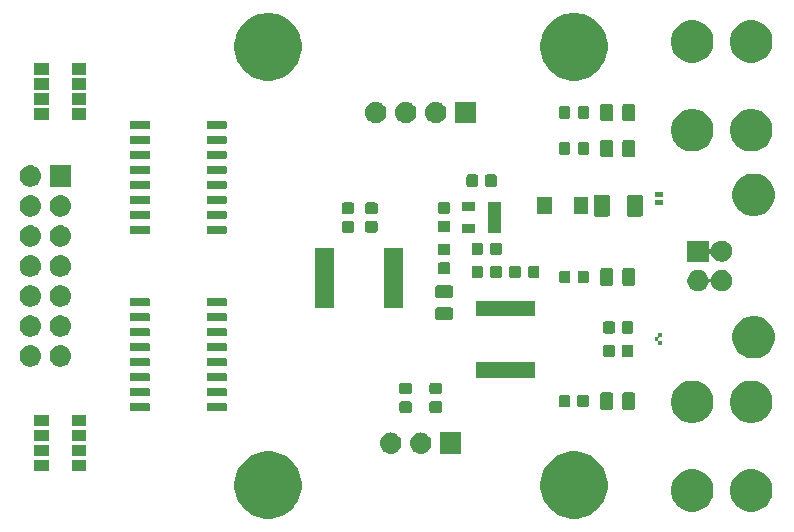
<source format=gbr>
G04 #@! TF.GenerationSoftware,KiCad,Pcbnew,(5.0.2)-1*
G04 #@! TF.CreationDate,2019-03-19T19:21:29-04:00*
G04 #@! TF.ProjectId,Keithley_17X_USB,4b656974-686c-4657-995f-3137585f5553,rev?*
G04 #@! TF.SameCoordinates,Original*
G04 #@! TF.FileFunction,Soldermask,Top*
G04 #@! TF.FilePolarity,Negative*
%FSLAX46Y46*%
G04 Gerber Fmt 4.6, Leading zero omitted, Abs format (unit mm)*
G04 Created by KiCad (PCBNEW (5.0.2)-1) date 3/19/2019 7:21:29 PM*
%MOMM*%
%LPD*%
G01*
G04 APERTURE LIST*
%ADD10C,0.100000*%
G04 APERTURE END LIST*
D10*
G36*
X122051160Y-87002778D02*
X122331606Y-87058562D01*
X122850455Y-87273476D01*
X122995661Y-87370500D01*
X123317410Y-87585486D01*
X123714514Y-87982590D01*
X123714516Y-87982593D01*
X124026524Y-88449545D01*
X124241438Y-88968394D01*
X124241438Y-88968395D01*
X124326675Y-89396908D01*
X124351000Y-89519201D01*
X124351000Y-90080799D01*
X124241438Y-90631606D01*
X124026524Y-91150455D01*
X123716620Y-91614259D01*
X123714514Y-91617410D01*
X123317410Y-92014514D01*
X123317407Y-92014516D01*
X122850455Y-92326524D01*
X122331606Y-92541438D01*
X121780800Y-92651000D01*
X121219200Y-92651000D01*
X120668394Y-92541438D01*
X120149545Y-92326524D01*
X119682593Y-92014516D01*
X119682590Y-92014514D01*
X119285486Y-91617410D01*
X119283380Y-91614259D01*
X118973476Y-91150455D01*
X118758562Y-90631606D01*
X118649000Y-90080799D01*
X118649000Y-89519201D01*
X118673326Y-89396908D01*
X118758562Y-88968395D01*
X118758562Y-88968394D01*
X118973476Y-88449545D01*
X119285484Y-87982593D01*
X119285486Y-87982590D01*
X119682590Y-87585486D01*
X120004339Y-87370500D01*
X120149545Y-87273476D01*
X120668394Y-87058562D01*
X120948840Y-87002778D01*
X121219200Y-86949000D01*
X121780800Y-86949000D01*
X122051160Y-87002778D01*
X122051160Y-87002778D01*
G37*
G36*
X96151160Y-87002778D02*
X96431606Y-87058562D01*
X96950455Y-87273476D01*
X97095661Y-87370500D01*
X97417410Y-87585486D01*
X97814514Y-87982590D01*
X97814516Y-87982593D01*
X98126524Y-88449545D01*
X98341438Y-88968394D01*
X98341438Y-88968395D01*
X98426675Y-89396908D01*
X98451000Y-89519201D01*
X98451000Y-90080799D01*
X98341438Y-90631606D01*
X98126524Y-91150455D01*
X97816620Y-91614259D01*
X97814514Y-91617410D01*
X97417410Y-92014514D01*
X97417407Y-92014516D01*
X96950455Y-92326524D01*
X96431606Y-92541438D01*
X95880800Y-92651000D01*
X95319200Y-92651000D01*
X94768394Y-92541438D01*
X94249545Y-92326524D01*
X93782593Y-92014516D01*
X93782590Y-92014514D01*
X93385486Y-91617410D01*
X93383380Y-91614259D01*
X93073476Y-91150455D01*
X92858562Y-90631606D01*
X92749000Y-90080799D01*
X92749000Y-89519201D01*
X92773326Y-89396908D01*
X92858562Y-88968395D01*
X92858562Y-88968394D01*
X93073476Y-88449545D01*
X93385484Y-87982593D01*
X93385486Y-87982590D01*
X93782590Y-87585486D01*
X94104339Y-87370500D01*
X94249545Y-87273476D01*
X94768394Y-87058562D01*
X95048840Y-87002778D01*
X95319200Y-86949000D01*
X95880800Y-86949000D01*
X96151160Y-87002778D01*
X96151160Y-87002778D01*
G37*
G36*
X132025331Y-88518211D02*
X132353092Y-88653974D01*
X132648073Y-88851074D01*
X132898926Y-89101927D01*
X133096026Y-89396908D01*
X133231789Y-89724669D01*
X133301000Y-90072616D01*
X133301000Y-90427384D01*
X133231789Y-90775331D01*
X133096026Y-91103092D01*
X132898926Y-91398073D01*
X132648073Y-91648926D01*
X132353092Y-91846026D01*
X132025331Y-91981789D01*
X131677384Y-92051000D01*
X131322616Y-92051000D01*
X130974669Y-91981789D01*
X130646908Y-91846026D01*
X130351927Y-91648926D01*
X130101074Y-91398073D01*
X129903974Y-91103092D01*
X129768211Y-90775331D01*
X129699000Y-90427384D01*
X129699000Y-90072616D01*
X129768211Y-89724669D01*
X129903974Y-89396908D01*
X130101074Y-89101927D01*
X130351927Y-88851074D01*
X130646908Y-88653974D01*
X130974669Y-88518211D01*
X131322616Y-88449000D01*
X131677384Y-88449000D01*
X132025331Y-88518211D01*
X132025331Y-88518211D01*
G37*
G36*
X137025331Y-88518211D02*
X137353092Y-88653974D01*
X137648073Y-88851074D01*
X137898926Y-89101927D01*
X138096026Y-89396908D01*
X138231789Y-89724669D01*
X138301000Y-90072616D01*
X138301000Y-90427384D01*
X138231789Y-90775331D01*
X138096026Y-91103092D01*
X137898926Y-91398073D01*
X137648073Y-91648926D01*
X137353092Y-91846026D01*
X137025331Y-91981789D01*
X136677384Y-92051000D01*
X136322616Y-92051000D01*
X135974669Y-91981789D01*
X135646908Y-91846026D01*
X135351927Y-91648926D01*
X135101074Y-91398073D01*
X134903974Y-91103092D01*
X134768211Y-90775331D01*
X134699000Y-90427384D01*
X134699000Y-90072616D01*
X134768211Y-89724669D01*
X134903974Y-89396908D01*
X135101074Y-89101927D01*
X135351927Y-88851074D01*
X135646908Y-88653974D01*
X135974669Y-88518211D01*
X136322616Y-88449000D01*
X136677384Y-88449000D01*
X137025331Y-88518211D01*
X137025331Y-88518211D01*
G37*
G36*
X80210000Y-88640500D02*
X78990400Y-88640500D01*
X78990400Y-87649500D01*
X80210000Y-87649500D01*
X80210000Y-88640500D01*
X80210000Y-88640500D01*
G37*
G36*
X77009600Y-88640500D02*
X75790000Y-88640500D01*
X75790000Y-87649500D01*
X77009600Y-87649500D01*
X77009600Y-88640500D01*
X77009600Y-88640500D01*
G37*
G36*
X80210000Y-87370500D02*
X78990400Y-87370500D01*
X78990400Y-86379500D01*
X80210000Y-86379500D01*
X80210000Y-87370500D01*
X80210000Y-87370500D01*
G37*
G36*
X77009600Y-87370500D02*
X75790000Y-87370500D01*
X75790000Y-86379500D01*
X77009600Y-86379500D01*
X77009600Y-87370500D01*
X77009600Y-87370500D01*
G37*
G36*
X111966000Y-87151000D02*
X110164000Y-87151000D01*
X110164000Y-85349000D01*
X111966000Y-85349000D01*
X111966000Y-87151000D01*
X111966000Y-87151000D01*
G37*
G36*
X108635442Y-85355518D02*
X108701627Y-85362037D01*
X108814853Y-85396384D01*
X108871467Y-85413557D01*
X109010087Y-85487652D01*
X109027991Y-85497222D01*
X109063729Y-85526552D01*
X109165186Y-85609814D01*
X109248448Y-85711271D01*
X109277778Y-85747009D01*
X109277779Y-85747011D01*
X109361443Y-85903533D01*
X109361443Y-85903534D01*
X109412963Y-86073373D01*
X109430359Y-86250000D01*
X109412963Y-86426627D01*
X109378616Y-86539853D01*
X109361443Y-86596467D01*
X109287348Y-86735087D01*
X109277778Y-86752991D01*
X109248448Y-86788729D01*
X109165186Y-86890186D01*
X109063729Y-86973448D01*
X109027991Y-87002778D01*
X109027989Y-87002779D01*
X108871467Y-87086443D01*
X108814853Y-87103616D01*
X108701627Y-87137963D01*
X108635443Y-87144481D01*
X108569260Y-87151000D01*
X108480740Y-87151000D01*
X108414557Y-87144481D01*
X108348373Y-87137963D01*
X108235147Y-87103616D01*
X108178533Y-87086443D01*
X108022011Y-87002779D01*
X108022009Y-87002778D01*
X107986271Y-86973448D01*
X107884814Y-86890186D01*
X107801552Y-86788729D01*
X107772222Y-86752991D01*
X107762652Y-86735087D01*
X107688557Y-86596467D01*
X107671384Y-86539853D01*
X107637037Y-86426627D01*
X107619641Y-86250000D01*
X107637037Y-86073373D01*
X107688557Y-85903534D01*
X107688557Y-85903533D01*
X107772221Y-85747011D01*
X107772222Y-85747009D01*
X107801552Y-85711271D01*
X107884814Y-85609814D01*
X107986271Y-85526552D01*
X108022009Y-85497222D01*
X108039913Y-85487652D01*
X108178533Y-85413557D01*
X108235147Y-85396384D01*
X108348373Y-85362037D01*
X108414558Y-85355518D01*
X108480740Y-85349000D01*
X108569260Y-85349000D01*
X108635442Y-85355518D01*
X108635442Y-85355518D01*
G37*
G36*
X106095442Y-85355518D02*
X106161627Y-85362037D01*
X106274853Y-85396384D01*
X106331467Y-85413557D01*
X106470087Y-85487652D01*
X106487991Y-85497222D01*
X106523729Y-85526552D01*
X106625186Y-85609814D01*
X106708448Y-85711271D01*
X106737778Y-85747009D01*
X106737779Y-85747011D01*
X106821443Y-85903533D01*
X106821443Y-85903534D01*
X106872963Y-86073373D01*
X106890359Y-86250000D01*
X106872963Y-86426627D01*
X106838616Y-86539853D01*
X106821443Y-86596467D01*
X106747348Y-86735087D01*
X106737778Y-86752991D01*
X106708448Y-86788729D01*
X106625186Y-86890186D01*
X106523729Y-86973448D01*
X106487991Y-87002778D01*
X106487989Y-87002779D01*
X106331467Y-87086443D01*
X106274853Y-87103616D01*
X106161627Y-87137963D01*
X106095443Y-87144481D01*
X106029260Y-87151000D01*
X105940740Y-87151000D01*
X105874557Y-87144481D01*
X105808373Y-87137963D01*
X105695147Y-87103616D01*
X105638533Y-87086443D01*
X105482011Y-87002779D01*
X105482009Y-87002778D01*
X105446271Y-86973448D01*
X105344814Y-86890186D01*
X105261552Y-86788729D01*
X105232222Y-86752991D01*
X105222652Y-86735087D01*
X105148557Y-86596467D01*
X105131384Y-86539853D01*
X105097037Y-86426627D01*
X105079641Y-86250000D01*
X105097037Y-86073373D01*
X105148557Y-85903534D01*
X105148557Y-85903533D01*
X105232221Y-85747011D01*
X105232222Y-85747009D01*
X105261552Y-85711271D01*
X105344814Y-85609814D01*
X105446271Y-85526552D01*
X105482009Y-85497222D01*
X105499913Y-85487652D01*
X105638533Y-85413557D01*
X105695147Y-85396384D01*
X105808373Y-85362037D01*
X105874558Y-85355518D01*
X105940740Y-85349000D01*
X106029260Y-85349000D01*
X106095442Y-85355518D01*
X106095442Y-85355518D01*
G37*
G36*
X80210000Y-86100500D02*
X78990400Y-86100500D01*
X78990400Y-85109500D01*
X80210000Y-85109500D01*
X80210000Y-86100500D01*
X80210000Y-86100500D01*
G37*
G36*
X77009600Y-86100500D02*
X75790000Y-86100500D01*
X75790000Y-85109500D01*
X77009600Y-85109500D01*
X77009600Y-86100500D01*
X77009600Y-86100500D01*
G37*
G36*
X77009600Y-84830500D02*
X75790000Y-84830500D01*
X75790000Y-83839500D01*
X77009600Y-83839500D01*
X77009600Y-84830500D01*
X77009600Y-84830500D01*
G37*
G36*
X80210000Y-84830500D02*
X78990400Y-84830500D01*
X78990400Y-83839500D01*
X80210000Y-83839500D01*
X80210000Y-84830500D01*
X80210000Y-84830500D01*
G37*
G36*
X132025331Y-81018211D02*
X132353092Y-81153974D01*
X132648073Y-81351074D01*
X132898926Y-81601927D01*
X133096026Y-81896908D01*
X133231789Y-82224669D01*
X133301000Y-82572616D01*
X133301000Y-82927384D01*
X133231789Y-83275331D01*
X133096026Y-83603092D01*
X132898926Y-83898073D01*
X132648073Y-84148926D01*
X132353092Y-84346026D01*
X132025331Y-84481789D01*
X131677384Y-84551000D01*
X131322616Y-84551000D01*
X130974669Y-84481789D01*
X130646908Y-84346026D01*
X130351927Y-84148926D01*
X130101074Y-83898073D01*
X129903974Y-83603092D01*
X129768211Y-83275331D01*
X129699000Y-82927384D01*
X129699000Y-82572616D01*
X129768211Y-82224669D01*
X129903974Y-81896908D01*
X130101074Y-81601927D01*
X130351927Y-81351074D01*
X130646908Y-81153974D01*
X130974669Y-81018211D01*
X131322616Y-80949000D01*
X131677384Y-80949000D01*
X132025331Y-81018211D01*
X132025331Y-81018211D01*
G37*
G36*
X137025331Y-81018211D02*
X137353092Y-81153974D01*
X137648073Y-81351074D01*
X137898926Y-81601927D01*
X138096026Y-81896908D01*
X138231789Y-82224669D01*
X138301000Y-82572616D01*
X138301000Y-82927384D01*
X138231789Y-83275331D01*
X138096026Y-83603092D01*
X137898926Y-83898073D01*
X137648073Y-84148926D01*
X137353092Y-84346026D01*
X137025331Y-84481789D01*
X136677384Y-84551000D01*
X136322616Y-84551000D01*
X135974669Y-84481789D01*
X135646908Y-84346026D01*
X135351927Y-84148926D01*
X135101074Y-83898073D01*
X134903974Y-83603092D01*
X134768211Y-83275331D01*
X134699000Y-82927384D01*
X134699000Y-82572616D01*
X134768211Y-82224669D01*
X134903974Y-81896908D01*
X135101074Y-81601927D01*
X135351927Y-81351074D01*
X135646908Y-81153974D01*
X135974669Y-81018211D01*
X136322616Y-80949000D01*
X136677384Y-80949000D01*
X137025331Y-81018211D01*
X137025331Y-81018211D01*
G37*
G36*
X110169591Y-82703085D02*
X110203569Y-82713393D01*
X110234887Y-82730133D01*
X110262339Y-82752661D01*
X110284867Y-82780113D01*
X110301607Y-82811431D01*
X110311915Y-82845409D01*
X110316000Y-82886890D01*
X110316000Y-83488110D01*
X110311915Y-83529591D01*
X110301607Y-83563569D01*
X110284867Y-83594887D01*
X110262339Y-83622339D01*
X110234887Y-83644867D01*
X110203569Y-83661607D01*
X110169591Y-83671915D01*
X110128110Y-83676000D01*
X109451890Y-83676000D01*
X109410409Y-83671915D01*
X109376431Y-83661607D01*
X109345113Y-83644867D01*
X109317661Y-83622339D01*
X109295133Y-83594887D01*
X109278393Y-83563569D01*
X109268085Y-83529591D01*
X109264000Y-83488110D01*
X109264000Y-82886890D01*
X109268085Y-82845409D01*
X109278393Y-82811431D01*
X109295133Y-82780113D01*
X109317661Y-82752661D01*
X109345113Y-82730133D01*
X109376431Y-82713393D01*
X109410409Y-82703085D01*
X109451890Y-82699000D01*
X110128110Y-82699000D01*
X110169591Y-82703085D01*
X110169591Y-82703085D01*
G37*
G36*
X107619591Y-82703085D02*
X107653569Y-82713393D01*
X107684887Y-82730133D01*
X107712339Y-82752661D01*
X107734867Y-82780113D01*
X107751607Y-82811431D01*
X107761915Y-82845409D01*
X107766000Y-82886890D01*
X107766000Y-83488110D01*
X107761915Y-83529591D01*
X107751607Y-83563569D01*
X107734867Y-83594887D01*
X107712339Y-83622339D01*
X107684887Y-83644867D01*
X107653569Y-83661607D01*
X107619591Y-83671915D01*
X107578110Y-83676000D01*
X106901890Y-83676000D01*
X106860409Y-83671915D01*
X106826431Y-83661607D01*
X106795113Y-83644867D01*
X106767661Y-83622339D01*
X106745133Y-83594887D01*
X106728393Y-83563569D01*
X106718085Y-83529591D01*
X106714000Y-83488110D01*
X106714000Y-82886890D01*
X106718085Y-82845409D01*
X106728393Y-82811431D01*
X106745133Y-82780113D01*
X106767661Y-82752661D01*
X106795113Y-82730133D01*
X106826431Y-82713393D01*
X106860409Y-82703085D01*
X106901890Y-82699000D01*
X107578110Y-82699000D01*
X107619591Y-82703085D01*
X107619591Y-82703085D01*
G37*
G36*
X85519987Y-82871524D02*
X85538726Y-82877209D01*
X85556002Y-82886443D01*
X85571137Y-82898863D01*
X85583557Y-82913998D01*
X85592791Y-82931274D01*
X85598476Y-82950013D01*
X85601000Y-82975640D01*
X85601000Y-83414360D01*
X85598476Y-83439987D01*
X85592791Y-83458726D01*
X85583557Y-83476002D01*
X85571137Y-83491137D01*
X85556002Y-83503557D01*
X85538726Y-83512791D01*
X85519987Y-83518476D01*
X85494360Y-83521000D01*
X84005640Y-83521000D01*
X83980013Y-83518476D01*
X83961274Y-83512791D01*
X83943998Y-83503557D01*
X83928863Y-83491137D01*
X83916443Y-83476002D01*
X83907209Y-83458726D01*
X83901524Y-83439987D01*
X83899000Y-83414360D01*
X83899000Y-82975640D01*
X83901524Y-82950013D01*
X83907209Y-82931274D01*
X83916443Y-82913998D01*
X83928863Y-82898863D01*
X83943998Y-82886443D01*
X83961274Y-82877209D01*
X83980013Y-82871524D01*
X84005640Y-82869000D01*
X85494360Y-82869000D01*
X85519987Y-82871524D01*
X85519987Y-82871524D01*
G37*
G36*
X92019987Y-82871524D02*
X92038726Y-82877209D01*
X92056002Y-82886443D01*
X92071137Y-82898863D01*
X92083557Y-82913998D01*
X92092791Y-82931274D01*
X92098476Y-82950013D01*
X92101000Y-82975640D01*
X92101000Y-83414360D01*
X92098476Y-83439987D01*
X92092791Y-83458726D01*
X92083557Y-83476002D01*
X92071137Y-83491137D01*
X92056002Y-83503557D01*
X92038726Y-83512791D01*
X92019987Y-83518476D01*
X91994360Y-83521000D01*
X90505640Y-83521000D01*
X90480013Y-83518476D01*
X90461274Y-83512791D01*
X90443998Y-83503557D01*
X90428863Y-83491137D01*
X90416443Y-83476002D01*
X90407209Y-83458726D01*
X90401524Y-83439987D01*
X90399000Y-83414360D01*
X90399000Y-82975640D01*
X90401524Y-82950013D01*
X90407209Y-82931274D01*
X90416443Y-82913998D01*
X90428863Y-82898863D01*
X90443998Y-82886443D01*
X90461274Y-82877209D01*
X90480013Y-82871524D01*
X90505640Y-82869000D01*
X91994360Y-82869000D01*
X92019987Y-82871524D01*
X92019987Y-82871524D01*
G37*
G36*
X124634466Y-81953565D02*
X124673137Y-81965296D01*
X124708779Y-81984348D01*
X124740017Y-82009983D01*
X124765652Y-82041221D01*
X124784704Y-82076863D01*
X124796435Y-82115534D01*
X124801000Y-82161888D01*
X124801000Y-83238112D01*
X124796435Y-83284466D01*
X124784704Y-83323137D01*
X124765652Y-83358779D01*
X124740017Y-83390017D01*
X124708779Y-83415652D01*
X124673137Y-83434704D01*
X124634466Y-83446435D01*
X124588112Y-83451000D01*
X123936888Y-83451000D01*
X123890534Y-83446435D01*
X123851863Y-83434704D01*
X123816221Y-83415652D01*
X123784983Y-83390017D01*
X123759348Y-83358779D01*
X123740296Y-83323137D01*
X123728565Y-83284466D01*
X123724000Y-83238112D01*
X123724000Y-82161888D01*
X123728565Y-82115534D01*
X123740296Y-82076863D01*
X123759348Y-82041221D01*
X123784983Y-82009983D01*
X123816221Y-81984348D01*
X123851863Y-81965296D01*
X123890534Y-81953565D01*
X123936888Y-81949000D01*
X124588112Y-81949000D01*
X124634466Y-81953565D01*
X124634466Y-81953565D01*
G37*
G36*
X126509466Y-81953565D02*
X126548137Y-81965296D01*
X126583779Y-81984348D01*
X126615017Y-82009983D01*
X126640652Y-82041221D01*
X126659704Y-82076863D01*
X126671435Y-82115534D01*
X126676000Y-82161888D01*
X126676000Y-83238112D01*
X126671435Y-83284466D01*
X126659704Y-83323137D01*
X126640652Y-83358779D01*
X126615017Y-83390017D01*
X126583779Y-83415652D01*
X126548137Y-83434704D01*
X126509466Y-83446435D01*
X126463112Y-83451000D01*
X125811888Y-83451000D01*
X125765534Y-83446435D01*
X125726863Y-83434704D01*
X125691221Y-83415652D01*
X125659983Y-83390017D01*
X125634348Y-83358779D01*
X125615296Y-83323137D01*
X125603565Y-83284466D01*
X125599000Y-83238112D01*
X125599000Y-82161888D01*
X125603565Y-82115534D01*
X125615296Y-82076863D01*
X125634348Y-82041221D01*
X125659983Y-82009983D01*
X125691221Y-81984348D01*
X125726863Y-81965296D01*
X125765534Y-81953565D01*
X125811888Y-81949000D01*
X126463112Y-81949000D01*
X126509466Y-81953565D01*
X126509466Y-81953565D01*
G37*
G36*
X122604591Y-82178085D02*
X122638569Y-82188393D01*
X122669887Y-82205133D01*
X122697339Y-82227661D01*
X122719867Y-82255113D01*
X122736607Y-82286431D01*
X122746915Y-82320409D01*
X122751000Y-82361890D01*
X122751000Y-83038110D01*
X122746915Y-83079591D01*
X122736607Y-83113569D01*
X122719867Y-83144887D01*
X122697339Y-83172339D01*
X122669887Y-83194867D01*
X122638569Y-83211607D01*
X122604591Y-83221915D01*
X122563110Y-83226000D01*
X121961890Y-83226000D01*
X121920409Y-83221915D01*
X121886431Y-83211607D01*
X121855113Y-83194867D01*
X121827661Y-83172339D01*
X121805133Y-83144887D01*
X121788393Y-83113569D01*
X121778085Y-83079591D01*
X121774000Y-83038110D01*
X121774000Y-82361890D01*
X121778085Y-82320409D01*
X121788393Y-82286431D01*
X121805133Y-82255113D01*
X121827661Y-82227661D01*
X121855113Y-82205133D01*
X121886431Y-82188393D01*
X121920409Y-82178085D01*
X121961890Y-82174000D01*
X122563110Y-82174000D01*
X122604591Y-82178085D01*
X122604591Y-82178085D01*
G37*
G36*
X121029591Y-82178085D02*
X121063569Y-82188393D01*
X121094887Y-82205133D01*
X121122339Y-82227661D01*
X121144867Y-82255113D01*
X121161607Y-82286431D01*
X121171915Y-82320409D01*
X121176000Y-82361890D01*
X121176000Y-83038110D01*
X121171915Y-83079591D01*
X121161607Y-83113569D01*
X121144867Y-83144887D01*
X121122339Y-83172339D01*
X121094887Y-83194867D01*
X121063569Y-83211607D01*
X121029591Y-83221915D01*
X120988110Y-83226000D01*
X120386890Y-83226000D01*
X120345409Y-83221915D01*
X120311431Y-83211607D01*
X120280113Y-83194867D01*
X120252661Y-83172339D01*
X120230133Y-83144887D01*
X120213393Y-83113569D01*
X120203085Y-83079591D01*
X120199000Y-83038110D01*
X120199000Y-82361890D01*
X120203085Y-82320409D01*
X120213393Y-82286431D01*
X120230133Y-82255113D01*
X120252661Y-82227661D01*
X120280113Y-82205133D01*
X120311431Y-82188393D01*
X120345409Y-82178085D01*
X120386890Y-82174000D01*
X120988110Y-82174000D01*
X121029591Y-82178085D01*
X121029591Y-82178085D01*
G37*
G36*
X92019987Y-81601524D02*
X92038726Y-81607209D01*
X92056002Y-81616443D01*
X92071137Y-81628863D01*
X92083557Y-81643998D01*
X92092791Y-81661274D01*
X92098476Y-81680013D01*
X92101000Y-81705640D01*
X92101000Y-82144360D01*
X92098476Y-82169987D01*
X92092791Y-82188726D01*
X92083557Y-82206002D01*
X92071137Y-82221137D01*
X92056002Y-82233557D01*
X92038726Y-82242791D01*
X92019987Y-82248476D01*
X91994360Y-82251000D01*
X90505640Y-82251000D01*
X90480013Y-82248476D01*
X90461274Y-82242791D01*
X90443998Y-82233557D01*
X90428863Y-82221137D01*
X90416443Y-82206002D01*
X90407209Y-82188726D01*
X90401524Y-82169987D01*
X90399000Y-82144360D01*
X90399000Y-81705640D01*
X90401524Y-81680013D01*
X90407209Y-81661274D01*
X90416443Y-81643998D01*
X90428863Y-81628863D01*
X90443998Y-81616443D01*
X90461274Y-81607209D01*
X90480013Y-81601524D01*
X90505640Y-81599000D01*
X91994360Y-81599000D01*
X92019987Y-81601524D01*
X92019987Y-81601524D01*
G37*
G36*
X85519987Y-81601524D02*
X85538726Y-81607209D01*
X85556002Y-81616443D01*
X85571137Y-81628863D01*
X85583557Y-81643998D01*
X85592791Y-81661274D01*
X85598476Y-81680013D01*
X85601000Y-81705640D01*
X85601000Y-82144360D01*
X85598476Y-82169987D01*
X85592791Y-82188726D01*
X85583557Y-82206002D01*
X85571137Y-82221137D01*
X85556002Y-82233557D01*
X85538726Y-82242791D01*
X85519987Y-82248476D01*
X85494360Y-82251000D01*
X84005640Y-82251000D01*
X83980013Y-82248476D01*
X83961274Y-82242791D01*
X83943998Y-82233557D01*
X83928863Y-82221137D01*
X83916443Y-82206002D01*
X83907209Y-82188726D01*
X83901524Y-82169987D01*
X83899000Y-82144360D01*
X83899000Y-81705640D01*
X83901524Y-81680013D01*
X83907209Y-81661274D01*
X83916443Y-81643998D01*
X83928863Y-81628863D01*
X83943998Y-81616443D01*
X83961274Y-81607209D01*
X83980013Y-81601524D01*
X84005640Y-81599000D01*
X85494360Y-81599000D01*
X85519987Y-81601524D01*
X85519987Y-81601524D01*
G37*
G36*
X110169591Y-81128085D02*
X110203569Y-81138393D01*
X110234887Y-81155133D01*
X110262339Y-81177661D01*
X110284867Y-81205113D01*
X110301607Y-81236431D01*
X110311915Y-81270409D01*
X110316000Y-81311890D01*
X110316000Y-81913110D01*
X110311915Y-81954591D01*
X110301607Y-81988569D01*
X110284867Y-82019887D01*
X110262339Y-82047339D01*
X110234887Y-82069867D01*
X110203569Y-82086607D01*
X110169591Y-82096915D01*
X110128110Y-82101000D01*
X109451890Y-82101000D01*
X109410409Y-82096915D01*
X109376431Y-82086607D01*
X109345113Y-82069867D01*
X109317661Y-82047339D01*
X109295133Y-82019887D01*
X109278393Y-81988569D01*
X109268085Y-81954591D01*
X109264000Y-81913110D01*
X109264000Y-81311890D01*
X109268085Y-81270409D01*
X109278393Y-81236431D01*
X109295133Y-81205113D01*
X109317661Y-81177661D01*
X109345113Y-81155133D01*
X109376431Y-81138393D01*
X109410409Y-81128085D01*
X109451890Y-81124000D01*
X110128110Y-81124000D01*
X110169591Y-81128085D01*
X110169591Y-81128085D01*
G37*
G36*
X107619591Y-81128085D02*
X107653569Y-81138393D01*
X107684887Y-81155133D01*
X107712339Y-81177661D01*
X107734867Y-81205113D01*
X107751607Y-81236431D01*
X107761915Y-81270409D01*
X107766000Y-81311890D01*
X107766000Y-81913110D01*
X107761915Y-81954591D01*
X107751607Y-81988569D01*
X107734867Y-82019887D01*
X107712339Y-82047339D01*
X107684887Y-82069867D01*
X107653569Y-82086607D01*
X107619591Y-82096915D01*
X107578110Y-82101000D01*
X106901890Y-82101000D01*
X106860409Y-82096915D01*
X106826431Y-82086607D01*
X106795113Y-82069867D01*
X106767661Y-82047339D01*
X106745133Y-82019887D01*
X106728393Y-81988569D01*
X106718085Y-81954591D01*
X106714000Y-81913110D01*
X106714000Y-81311890D01*
X106718085Y-81270409D01*
X106728393Y-81236431D01*
X106745133Y-81205113D01*
X106767661Y-81177661D01*
X106795113Y-81155133D01*
X106826431Y-81138393D01*
X106860409Y-81128085D01*
X106901890Y-81124000D01*
X107578110Y-81124000D01*
X107619591Y-81128085D01*
X107619591Y-81128085D01*
G37*
G36*
X92019987Y-80331524D02*
X92038726Y-80337209D01*
X92056002Y-80346443D01*
X92071137Y-80358863D01*
X92083557Y-80373998D01*
X92092791Y-80391274D01*
X92098476Y-80410013D01*
X92101000Y-80435640D01*
X92101000Y-80874360D01*
X92098476Y-80899987D01*
X92092791Y-80918726D01*
X92083557Y-80936002D01*
X92071137Y-80951137D01*
X92056002Y-80963557D01*
X92038726Y-80972791D01*
X92019987Y-80978476D01*
X91994360Y-80981000D01*
X90505640Y-80981000D01*
X90480013Y-80978476D01*
X90461274Y-80972791D01*
X90443998Y-80963557D01*
X90428863Y-80951137D01*
X90416443Y-80936002D01*
X90407209Y-80918726D01*
X90401524Y-80899987D01*
X90399000Y-80874360D01*
X90399000Y-80435640D01*
X90401524Y-80410013D01*
X90407209Y-80391274D01*
X90416443Y-80373998D01*
X90428863Y-80358863D01*
X90443998Y-80346443D01*
X90461274Y-80337209D01*
X90480013Y-80331524D01*
X90505640Y-80329000D01*
X91994360Y-80329000D01*
X92019987Y-80331524D01*
X92019987Y-80331524D01*
G37*
G36*
X85519987Y-80331524D02*
X85538726Y-80337209D01*
X85556002Y-80346443D01*
X85571137Y-80358863D01*
X85583557Y-80373998D01*
X85592791Y-80391274D01*
X85598476Y-80410013D01*
X85601000Y-80435640D01*
X85601000Y-80874360D01*
X85598476Y-80899987D01*
X85592791Y-80918726D01*
X85583557Y-80936002D01*
X85571137Y-80951137D01*
X85556002Y-80963557D01*
X85538726Y-80972791D01*
X85519987Y-80978476D01*
X85494360Y-80981000D01*
X84005640Y-80981000D01*
X83980013Y-80978476D01*
X83961274Y-80972791D01*
X83943998Y-80963557D01*
X83928863Y-80951137D01*
X83916443Y-80936002D01*
X83907209Y-80918726D01*
X83901524Y-80899987D01*
X83899000Y-80874360D01*
X83899000Y-80435640D01*
X83901524Y-80410013D01*
X83907209Y-80391274D01*
X83916443Y-80373998D01*
X83928863Y-80358863D01*
X83943998Y-80346443D01*
X83961274Y-80337209D01*
X83980013Y-80331524D01*
X84005640Y-80329000D01*
X85494360Y-80329000D01*
X85519987Y-80331524D01*
X85519987Y-80331524D01*
G37*
G36*
X118173500Y-80701000D02*
X113226500Y-80701000D01*
X113226500Y-79399000D01*
X118173500Y-79399000D01*
X118173500Y-80701000D01*
X118173500Y-80701000D01*
G37*
G36*
X75570442Y-77975518D02*
X75636627Y-77982037D01*
X75749853Y-78016384D01*
X75806467Y-78033557D01*
X75945087Y-78107652D01*
X75962991Y-78117222D01*
X75998729Y-78146552D01*
X76100186Y-78229814D01*
X76183448Y-78331271D01*
X76212778Y-78367009D01*
X76212779Y-78367011D01*
X76296443Y-78523533D01*
X76296443Y-78523534D01*
X76347963Y-78693373D01*
X76365359Y-78870000D01*
X76347963Y-79046627D01*
X76329727Y-79106742D01*
X76296443Y-79216467D01*
X76222348Y-79355087D01*
X76212778Y-79372991D01*
X76191433Y-79399000D01*
X76100186Y-79510186D01*
X75998729Y-79593448D01*
X75962991Y-79622778D01*
X75962989Y-79622779D01*
X75806467Y-79706443D01*
X75791444Y-79711000D01*
X75636627Y-79757963D01*
X75570443Y-79764481D01*
X75504260Y-79771000D01*
X75415740Y-79771000D01*
X75349557Y-79764481D01*
X75283373Y-79757963D01*
X75128556Y-79711000D01*
X75113533Y-79706443D01*
X74957011Y-79622779D01*
X74957009Y-79622778D01*
X74921271Y-79593448D01*
X74819814Y-79510186D01*
X74728567Y-79399000D01*
X74707222Y-79372991D01*
X74697652Y-79355087D01*
X74623557Y-79216467D01*
X74590273Y-79106742D01*
X74572037Y-79046627D01*
X74554641Y-78870000D01*
X74572037Y-78693373D01*
X74623557Y-78523534D01*
X74623557Y-78523533D01*
X74707221Y-78367011D01*
X74707222Y-78367009D01*
X74736552Y-78331271D01*
X74819814Y-78229814D01*
X74921271Y-78146552D01*
X74957009Y-78117222D01*
X74974913Y-78107652D01*
X75113533Y-78033557D01*
X75170147Y-78016384D01*
X75283373Y-77982037D01*
X75349558Y-77975518D01*
X75415740Y-77969000D01*
X75504260Y-77969000D01*
X75570442Y-77975518D01*
X75570442Y-77975518D01*
G37*
G36*
X78110442Y-77975518D02*
X78176627Y-77982037D01*
X78289853Y-78016384D01*
X78346467Y-78033557D01*
X78485087Y-78107652D01*
X78502991Y-78117222D01*
X78538729Y-78146552D01*
X78640186Y-78229814D01*
X78723448Y-78331271D01*
X78752778Y-78367009D01*
X78752779Y-78367011D01*
X78836443Y-78523533D01*
X78836443Y-78523534D01*
X78887963Y-78693373D01*
X78905359Y-78870000D01*
X78887963Y-79046627D01*
X78869727Y-79106742D01*
X78836443Y-79216467D01*
X78762348Y-79355087D01*
X78752778Y-79372991D01*
X78731433Y-79399000D01*
X78640186Y-79510186D01*
X78538729Y-79593448D01*
X78502991Y-79622778D01*
X78502989Y-79622779D01*
X78346467Y-79706443D01*
X78331444Y-79711000D01*
X78176627Y-79757963D01*
X78110443Y-79764481D01*
X78044260Y-79771000D01*
X77955740Y-79771000D01*
X77889557Y-79764481D01*
X77823373Y-79757963D01*
X77668556Y-79711000D01*
X77653533Y-79706443D01*
X77497011Y-79622779D01*
X77497009Y-79622778D01*
X77461271Y-79593448D01*
X77359814Y-79510186D01*
X77268567Y-79399000D01*
X77247222Y-79372991D01*
X77237652Y-79355087D01*
X77163557Y-79216467D01*
X77130273Y-79106742D01*
X77112037Y-79046627D01*
X77094641Y-78870000D01*
X77112037Y-78693373D01*
X77163557Y-78523534D01*
X77163557Y-78523533D01*
X77247221Y-78367011D01*
X77247222Y-78367009D01*
X77276552Y-78331271D01*
X77359814Y-78229814D01*
X77461271Y-78146552D01*
X77497009Y-78117222D01*
X77514913Y-78107652D01*
X77653533Y-78033557D01*
X77710147Y-78016384D01*
X77823373Y-77982037D01*
X77889558Y-77975518D01*
X77955740Y-77969000D01*
X78044260Y-77969000D01*
X78110442Y-77975518D01*
X78110442Y-77975518D01*
G37*
G36*
X92019987Y-79061524D02*
X92038726Y-79067209D01*
X92056002Y-79076443D01*
X92071137Y-79088863D01*
X92083557Y-79103998D01*
X92092791Y-79121274D01*
X92098476Y-79140013D01*
X92101000Y-79165640D01*
X92101000Y-79604360D01*
X92098476Y-79629987D01*
X92092791Y-79648726D01*
X92083557Y-79666002D01*
X92071137Y-79681137D01*
X92056002Y-79693557D01*
X92038726Y-79702791D01*
X92019987Y-79708476D01*
X91994360Y-79711000D01*
X90505640Y-79711000D01*
X90480013Y-79708476D01*
X90461274Y-79702791D01*
X90443998Y-79693557D01*
X90428863Y-79681137D01*
X90416443Y-79666002D01*
X90407209Y-79648726D01*
X90401524Y-79629987D01*
X90399000Y-79604360D01*
X90399000Y-79165640D01*
X90401524Y-79140013D01*
X90407209Y-79121274D01*
X90416443Y-79103998D01*
X90428863Y-79088863D01*
X90443998Y-79076443D01*
X90461274Y-79067209D01*
X90480013Y-79061524D01*
X90505640Y-79059000D01*
X91994360Y-79059000D01*
X92019987Y-79061524D01*
X92019987Y-79061524D01*
G37*
G36*
X85519987Y-79061524D02*
X85538726Y-79067209D01*
X85556002Y-79076443D01*
X85571137Y-79088863D01*
X85583557Y-79103998D01*
X85592791Y-79121274D01*
X85598476Y-79140013D01*
X85601000Y-79165640D01*
X85601000Y-79604360D01*
X85598476Y-79629987D01*
X85592791Y-79648726D01*
X85583557Y-79666002D01*
X85571137Y-79681137D01*
X85556002Y-79693557D01*
X85538726Y-79702791D01*
X85519987Y-79708476D01*
X85494360Y-79711000D01*
X84005640Y-79711000D01*
X83980013Y-79708476D01*
X83961274Y-79702791D01*
X83943998Y-79693557D01*
X83928863Y-79681137D01*
X83916443Y-79666002D01*
X83907209Y-79648726D01*
X83901524Y-79629987D01*
X83899000Y-79604360D01*
X83899000Y-79165640D01*
X83901524Y-79140013D01*
X83907209Y-79121274D01*
X83916443Y-79103998D01*
X83928863Y-79088863D01*
X83943998Y-79076443D01*
X83961274Y-79067209D01*
X83980013Y-79061524D01*
X84005640Y-79059000D01*
X85494360Y-79059000D01*
X85519987Y-79061524D01*
X85519987Y-79061524D01*
G37*
G36*
X137235331Y-75538211D02*
X137563092Y-75673974D01*
X137858073Y-75871074D01*
X138108926Y-76121927D01*
X138306026Y-76416908D01*
X138441789Y-76744669D01*
X138511000Y-77092616D01*
X138511000Y-77447384D01*
X138441789Y-77795331D01*
X138306026Y-78123092D01*
X138108926Y-78418073D01*
X137858073Y-78668926D01*
X137563092Y-78866026D01*
X137235331Y-79001789D01*
X136887384Y-79071000D01*
X136532616Y-79071000D01*
X136184669Y-79001789D01*
X135856908Y-78866026D01*
X135561927Y-78668926D01*
X135311074Y-78418073D01*
X135113974Y-78123092D01*
X134978211Y-77795331D01*
X134909000Y-77447384D01*
X134909000Y-77092616D01*
X134978211Y-76744669D01*
X135113974Y-76416908D01*
X135311074Y-76121927D01*
X135561927Y-75871074D01*
X135856908Y-75673974D01*
X136184669Y-75538211D01*
X136532616Y-75469000D01*
X136887384Y-75469000D01*
X137235331Y-75538211D01*
X137235331Y-75538211D01*
G37*
G36*
X124804591Y-77928085D02*
X124838569Y-77938393D01*
X124869887Y-77955133D01*
X124897339Y-77977661D01*
X124919867Y-78005113D01*
X124936607Y-78036431D01*
X124946915Y-78070409D01*
X124951000Y-78111890D01*
X124951000Y-78788110D01*
X124946915Y-78829591D01*
X124936607Y-78863569D01*
X124919867Y-78894887D01*
X124897339Y-78922339D01*
X124869887Y-78944867D01*
X124838569Y-78961607D01*
X124804591Y-78971915D01*
X124763110Y-78976000D01*
X124161890Y-78976000D01*
X124120409Y-78971915D01*
X124086431Y-78961607D01*
X124055113Y-78944867D01*
X124027661Y-78922339D01*
X124005133Y-78894887D01*
X123988393Y-78863569D01*
X123978085Y-78829591D01*
X123974000Y-78788110D01*
X123974000Y-78111890D01*
X123978085Y-78070409D01*
X123988393Y-78036431D01*
X124005133Y-78005113D01*
X124027661Y-77977661D01*
X124055113Y-77955133D01*
X124086431Y-77938393D01*
X124120409Y-77928085D01*
X124161890Y-77924000D01*
X124763110Y-77924000D01*
X124804591Y-77928085D01*
X124804591Y-77928085D01*
G37*
G36*
X126379591Y-77928085D02*
X126413569Y-77938393D01*
X126444887Y-77955133D01*
X126472339Y-77977661D01*
X126494867Y-78005113D01*
X126511607Y-78036431D01*
X126521915Y-78070409D01*
X126526000Y-78111890D01*
X126526000Y-78788110D01*
X126521915Y-78829591D01*
X126511607Y-78863569D01*
X126494867Y-78894887D01*
X126472339Y-78922339D01*
X126444887Y-78944867D01*
X126413569Y-78961607D01*
X126379591Y-78971915D01*
X126338110Y-78976000D01*
X125736890Y-78976000D01*
X125695409Y-78971915D01*
X125661431Y-78961607D01*
X125630113Y-78944867D01*
X125602661Y-78922339D01*
X125580133Y-78894887D01*
X125563393Y-78863569D01*
X125553085Y-78829591D01*
X125549000Y-78788110D01*
X125549000Y-78111890D01*
X125553085Y-78070409D01*
X125563393Y-78036431D01*
X125580133Y-78005113D01*
X125602661Y-77977661D01*
X125630113Y-77955133D01*
X125661431Y-77938393D01*
X125695409Y-77928085D01*
X125736890Y-77924000D01*
X126338110Y-77924000D01*
X126379591Y-77928085D01*
X126379591Y-77928085D01*
G37*
G36*
X85519987Y-77791524D02*
X85538726Y-77797209D01*
X85556002Y-77806443D01*
X85571137Y-77818863D01*
X85583557Y-77833998D01*
X85592791Y-77851274D01*
X85598476Y-77870013D01*
X85601000Y-77895640D01*
X85601000Y-78334360D01*
X85598476Y-78359987D01*
X85592791Y-78378726D01*
X85583557Y-78396002D01*
X85571137Y-78411137D01*
X85556002Y-78423557D01*
X85538726Y-78432791D01*
X85519987Y-78438476D01*
X85494360Y-78441000D01*
X84005640Y-78441000D01*
X83980013Y-78438476D01*
X83961274Y-78432791D01*
X83943998Y-78423557D01*
X83928863Y-78411137D01*
X83916443Y-78396002D01*
X83907209Y-78378726D01*
X83901524Y-78359987D01*
X83899000Y-78334360D01*
X83899000Y-77895640D01*
X83901524Y-77870013D01*
X83907209Y-77851274D01*
X83916443Y-77833998D01*
X83928863Y-77818863D01*
X83943998Y-77806443D01*
X83961274Y-77797209D01*
X83980013Y-77791524D01*
X84005640Y-77789000D01*
X85494360Y-77789000D01*
X85519987Y-77791524D01*
X85519987Y-77791524D01*
G37*
G36*
X92019987Y-77791524D02*
X92038726Y-77797209D01*
X92056002Y-77806443D01*
X92071137Y-77818863D01*
X92083557Y-77833998D01*
X92092791Y-77851274D01*
X92098476Y-77870013D01*
X92101000Y-77895640D01*
X92101000Y-78334360D01*
X92098476Y-78359987D01*
X92092791Y-78378726D01*
X92083557Y-78396002D01*
X92071137Y-78411137D01*
X92056002Y-78423557D01*
X92038726Y-78432791D01*
X92019987Y-78438476D01*
X91994360Y-78441000D01*
X90505640Y-78441000D01*
X90480013Y-78438476D01*
X90461274Y-78432791D01*
X90443998Y-78423557D01*
X90428863Y-78411137D01*
X90416443Y-78396002D01*
X90407209Y-78378726D01*
X90401524Y-78359987D01*
X90399000Y-78334360D01*
X90399000Y-77895640D01*
X90401524Y-77870013D01*
X90407209Y-77851274D01*
X90416443Y-77833998D01*
X90428863Y-77818863D01*
X90443998Y-77806443D01*
X90461274Y-77797209D01*
X90480013Y-77791524D01*
X90505640Y-77789000D01*
X91994360Y-77789000D01*
X92019987Y-77791524D01*
X92019987Y-77791524D01*
G37*
G36*
X128940416Y-76959843D02*
X128942747Y-76960550D01*
X128944889Y-76961695D01*
X128946765Y-76963235D01*
X128948305Y-76965111D01*
X128949450Y-76967253D01*
X128950157Y-76969584D01*
X128951000Y-76978143D01*
X128951000Y-77241857D01*
X128950157Y-77250416D01*
X128949450Y-77252747D01*
X128948305Y-77254889D01*
X128946765Y-77256765D01*
X128944889Y-77258305D01*
X128942747Y-77259450D01*
X128940416Y-77260157D01*
X128931857Y-77261000D01*
X128776000Y-77261000D01*
X128751614Y-77263402D01*
X128728165Y-77270515D01*
X128706554Y-77282066D01*
X128687612Y-77297612D01*
X128672066Y-77316554D01*
X128660515Y-77338165D01*
X128653402Y-77361614D01*
X128651000Y-77386000D01*
X128651000Y-77514000D01*
X128653402Y-77538386D01*
X128660515Y-77561835D01*
X128672066Y-77583446D01*
X128687612Y-77602388D01*
X128706554Y-77617934D01*
X128728165Y-77629485D01*
X128751614Y-77636598D01*
X128776000Y-77639000D01*
X128931857Y-77639000D01*
X128940416Y-77639843D01*
X128942747Y-77640550D01*
X128944889Y-77641695D01*
X128946765Y-77643235D01*
X128948305Y-77645111D01*
X128949450Y-77647253D01*
X128950157Y-77649584D01*
X128951000Y-77658143D01*
X128951000Y-77921857D01*
X128950157Y-77930416D01*
X128949450Y-77932747D01*
X128948305Y-77934889D01*
X128946765Y-77936765D01*
X128944889Y-77938305D01*
X128942747Y-77939450D01*
X128940416Y-77940157D01*
X128931857Y-77941000D01*
X128668143Y-77941000D01*
X128659584Y-77940157D01*
X128657253Y-77939450D01*
X128655111Y-77938305D01*
X128653235Y-77936765D01*
X128651695Y-77934889D01*
X128650550Y-77932747D01*
X128649843Y-77930416D01*
X128649000Y-77921857D01*
X128649000Y-77726000D01*
X128646598Y-77701614D01*
X128639485Y-77678165D01*
X128627934Y-77656554D01*
X128612388Y-77637612D01*
X128593446Y-77622066D01*
X128571835Y-77610515D01*
X128548386Y-77603402D01*
X128524000Y-77601000D01*
X128368143Y-77601000D01*
X128359584Y-77600157D01*
X128357253Y-77599450D01*
X128355111Y-77598305D01*
X128353235Y-77596765D01*
X128351695Y-77594889D01*
X128350550Y-77592747D01*
X128349843Y-77590416D01*
X128349000Y-77581857D01*
X128349000Y-77318143D01*
X128349843Y-77309584D01*
X128350550Y-77307253D01*
X128351695Y-77305111D01*
X128353235Y-77303235D01*
X128355111Y-77301695D01*
X128357253Y-77300550D01*
X128359584Y-77299843D01*
X128368143Y-77299000D01*
X128524000Y-77299000D01*
X128548386Y-77296598D01*
X128571835Y-77289485D01*
X128593446Y-77277934D01*
X128612388Y-77262388D01*
X128627934Y-77243446D01*
X128639485Y-77221835D01*
X128646598Y-77198386D01*
X128649000Y-77174000D01*
X128649000Y-76978143D01*
X128649843Y-76969584D01*
X128650550Y-76967253D01*
X128651695Y-76965111D01*
X128653235Y-76963235D01*
X128655111Y-76961695D01*
X128657253Y-76960550D01*
X128659584Y-76959843D01*
X128668143Y-76959000D01*
X128931857Y-76959000D01*
X128940416Y-76959843D01*
X128940416Y-76959843D01*
G37*
G36*
X78110443Y-75435519D02*
X78176627Y-75442037D01*
X78265512Y-75469000D01*
X78346467Y-75493557D01*
X78430009Y-75538212D01*
X78502991Y-75577222D01*
X78538729Y-75606552D01*
X78640186Y-75689814D01*
X78714710Y-75780623D01*
X78752778Y-75827009D01*
X78752779Y-75827011D01*
X78836443Y-75983533D01*
X78836443Y-75983534D01*
X78887963Y-76153373D01*
X78905359Y-76330000D01*
X78887963Y-76506627D01*
X78869727Y-76566742D01*
X78836443Y-76676467D01*
X78781423Y-76779401D01*
X78752778Y-76832991D01*
X78727683Y-76863569D01*
X78640186Y-76970186D01*
X78538729Y-77053448D01*
X78502991Y-77082778D01*
X78502989Y-77082779D01*
X78346467Y-77166443D01*
X78331444Y-77171000D01*
X78176627Y-77217963D01*
X78110443Y-77224481D01*
X78044260Y-77231000D01*
X77955740Y-77231000D01*
X77889557Y-77224481D01*
X77823373Y-77217963D01*
X77668556Y-77171000D01*
X77653533Y-77166443D01*
X77497011Y-77082779D01*
X77497009Y-77082778D01*
X77461271Y-77053448D01*
X77359814Y-76970186D01*
X77272317Y-76863569D01*
X77247222Y-76832991D01*
X77218577Y-76779401D01*
X77163557Y-76676467D01*
X77130273Y-76566742D01*
X77112037Y-76506627D01*
X77094641Y-76330000D01*
X77112037Y-76153373D01*
X77163557Y-75983534D01*
X77163557Y-75983533D01*
X77247221Y-75827011D01*
X77247222Y-75827009D01*
X77285290Y-75780623D01*
X77359814Y-75689814D01*
X77461271Y-75606552D01*
X77497009Y-75577222D01*
X77569991Y-75538212D01*
X77653533Y-75493557D01*
X77734488Y-75469000D01*
X77823373Y-75442037D01*
X77889557Y-75435519D01*
X77955740Y-75429000D01*
X78044260Y-75429000D01*
X78110443Y-75435519D01*
X78110443Y-75435519D01*
G37*
G36*
X75570443Y-75435519D02*
X75636627Y-75442037D01*
X75725512Y-75469000D01*
X75806467Y-75493557D01*
X75890009Y-75538212D01*
X75962991Y-75577222D01*
X75998729Y-75606552D01*
X76100186Y-75689814D01*
X76174710Y-75780623D01*
X76212778Y-75827009D01*
X76212779Y-75827011D01*
X76296443Y-75983533D01*
X76296443Y-75983534D01*
X76347963Y-76153373D01*
X76365359Y-76330000D01*
X76347963Y-76506627D01*
X76329727Y-76566742D01*
X76296443Y-76676467D01*
X76241423Y-76779401D01*
X76212778Y-76832991D01*
X76187683Y-76863569D01*
X76100186Y-76970186D01*
X75998729Y-77053448D01*
X75962991Y-77082778D01*
X75962989Y-77082779D01*
X75806467Y-77166443D01*
X75791444Y-77171000D01*
X75636627Y-77217963D01*
X75570443Y-77224481D01*
X75504260Y-77231000D01*
X75415740Y-77231000D01*
X75349557Y-77224481D01*
X75283373Y-77217963D01*
X75128556Y-77171000D01*
X75113533Y-77166443D01*
X74957011Y-77082779D01*
X74957009Y-77082778D01*
X74921271Y-77053448D01*
X74819814Y-76970186D01*
X74732317Y-76863569D01*
X74707222Y-76832991D01*
X74678577Y-76779401D01*
X74623557Y-76676467D01*
X74590273Y-76566742D01*
X74572037Y-76506627D01*
X74554641Y-76330000D01*
X74572037Y-76153373D01*
X74623557Y-75983534D01*
X74623557Y-75983533D01*
X74707221Y-75827011D01*
X74707222Y-75827009D01*
X74745290Y-75780623D01*
X74819814Y-75689814D01*
X74921271Y-75606552D01*
X74957009Y-75577222D01*
X75029991Y-75538212D01*
X75113533Y-75493557D01*
X75194488Y-75469000D01*
X75283373Y-75442037D01*
X75349557Y-75435519D01*
X75415740Y-75429000D01*
X75504260Y-75429000D01*
X75570443Y-75435519D01*
X75570443Y-75435519D01*
G37*
G36*
X85519987Y-76521524D02*
X85538726Y-76527209D01*
X85556002Y-76536443D01*
X85571137Y-76548863D01*
X85583557Y-76563998D01*
X85592791Y-76581274D01*
X85598476Y-76600013D01*
X85601000Y-76625640D01*
X85601000Y-77064360D01*
X85598476Y-77089987D01*
X85592791Y-77108726D01*
X85583557Y-77126002D01*
X85571137Y-77141137D01*
X85556002Y-77153557D01*
X85538726Y-77162791D01*
X85519987Y-77168476D01*
X85494360Y-77171000D01*
X84005640Y-77171000D01*
X83980013Y-77168476D01*
X83961274Y-77162791D01*
X83943998Y-77153557D01*
X83928863Y-77141137D01*
X83916443Y-77126002D01*
X83907209Y-77108726D01*
X83901524Y-77089987D01*
X83899000Y-77064360D01*
X83899000Y-76625640D01*
X83901524Y-76600013D01*
X83907209Y-76581274D01*
X83916443Y-76563998D01*
X83928863Y-76548863D01*
X83943998Y-76536443D01*
X83961274Y-76527209D01*
X83980013Y-76521524D01*
X84005640Y-76519000D01*
X85494360Y-76519000D01*
X85519987Y-76521524D01*
X85519987Y-76521524D01*
G37*
G36*
X92019987Y-76521524D02*
X92038726Y-76527209D01*
X92056002Y-76536443D01*
X92071137Y-76548863D01*
X92083557Y-76563998D01*
X92092791Y-76581274D01*
X92098476Y-76600013D01*
X92101000Y-76625640D01*
X92101000Y-77064360D01*
X92098476Y-77089987D01*
X92092791Y-77108726D01*
X92083557Y-77126002D01*
X92071137Y-77141137D01*
X92056002Y-77153557D01*
X92038726Y-77162791D01*
X92019987Y-77168476D01*
X91994360Y-77171000D01*
X90505640Y-77171000D01*
X90480013Y-77168476D01*
X90461274Y-77162791D01*
X90443998Y-77153557D01*
X90428863Y-77141137D01*
X90416443Y-77126002D01*
X90407209Y-77108726D01*
X90401524Y-77089987D01*
X90399000Y-77064360D01*
X90399000Y-76625640D01*
X90401524Y-76600013D01*
X90407209Y-76581274D01*
X90416443Y-76563998D01*
X90428863Y-76548863D01*
X90443998Y-76536443D01*
X90461274Y-76527209D01*
X90480013Y-76521524D01*
X90505640Y-76519000D01*
X91994360Y-76519000D01*
X92019987Y-76521524D01*
X92019987Y-76521524D01*
G37*
G36*
X126379591Y-75928085D02*
X126413569Y-75938393D01*
X126444887Y-75955133D01*
X126472339Y-75977661D01*
X126494867Y-76005113D01*
X126511607Y-76036431D01*
X126521915Y-76070409D01*
X126526000Y-76111890D01*
X126526000Y-76788110D01*
X126521915Y-76829591D01*
X126511607Y-76863569D01*
X126494867Y-76894887D01*
X126472339Y-76922339D01*
X126444887Y-76944867D01*
X126413569Y-76961607D01*
X126379591Y-76971915D01*
X126338110Y-76976000D01*
X125736890Y-76976000D01*
X125695409Y-76971915D01*
X125661431Y-76961607D01*
X125630113Y-76944867D01*
X125602661Y-76922339D01*
X125580133Y-76894887D01*
X125563393Y-76863569D01*
X125553085Y-76829591D01*
X125549000Y-76788110D01*
X125549000Y-76111890D01*
X125553085Y-76070409D01*
X125563393Y-76036431D01*
X125580133Y-76005113D01*
X125602661Y-75977661D01*
X125630113Y-75955133D01*
X125661431Y-75938393D01*
X125695409Y-75928085D01*
X125736890Y-75924000D01*
X126338110Y-75924000D01*
X126379591Y-75928085D01*
X126379591Y-75928085D01*
G37*
G36*
X124804591Y-75928085D02*
X124838569Y-75938393D01*
X124869887Y-75955133D01*
X124897339Y-75977661D01*
X124919867Y-76005113D01*
X124936607Y-76036431D01*
X124946915Y-76070409D01*
X124951000Y-76111890D01*
X124951000Y-76788110D01*
X124946915Y-76829591D01*
X124936607Y-76863569D01*
X124919867Y-76894887D01*
X124897339Y-76922339D01*
X124869887Y-76944867D01*
X124838569Y-76961607D01*
X124804591Y-76971915D01*
X124763110Y-76976000D01*
X124161890Y-76976000D01*
X124120409Y-76971915D01*
X124086431Y-76961607D01*
X124055113Y-76944867D01*
X124027661Y-76922339D01*
X124005133Y-76894887D01*
X123988393Y-76863569D01*
X123978085Y-76829591D01*
X123974000Y-76788110D01*
X123974000Y-76111890D01*
X123978085Y-76070409D01*
X123988393Y-76036431D01*
X124005133Y-76005113D01*
X124027661Y-75977661D01*
X124055113Y-75955133D01*
X124086431Y-75938393D01*
X124120409Y-75928085D01*
X124161890Y-75924000D01*
X124763110Y-75924000D01*
X124804591Y-75928085D01*
X124804591Y-75928085D01*
G37*
G36*
X92019987Y-75251524D02*
X92038726Y-75257209D01*
X92056002Y-75266443D01*
X92071137Y-75278863D01*
X92083557Y-75293998D01*
X92092791Y-75311274D01*
X92098476Y-75330013D01*
X92101000Y-75355640D01*
X92101000Y-75794360D01*
X92098476Y-75819987D01*
X92092791Y-75838726D01*
X92083557Y-75856002D01*
X92071137Y-75871137D01*
X92056002Y-75883557D01*
X92038726Y-75892791D01*
X92019987Y-75898476D01*
X91994360Y-75901000D01*
X90505640Y-75901000D01*
X90480013Y-75898476D01*
X90461274Y-75892791D01*
X90443998Y-75883557D01*
X90428863Y-75871137D01*
X90416443Y-75856002D01*
X90407209Y-75838726D01*
X90401524Y-75819987D01*
X90399000Y-75794360D01*
X90399000Y-75355640D01*
X90401524Y-75330013D01*
X90407209Y-75311274D01*
X90416443Y-75293998D01*
X90428863Y-75278863D01*
X90443998Y-75266443D01*
X90461274Y-75257209D01*
X90480013Y-75251524D01*
X90505640Y-75249000D01*
X91994360Y-75249000D01*
X92019987Y-75251524D01*
X92019987Y-75251524D01*
G37*
G36*
X85519987Y-75251524D02*
X85538726Y-75257209D01*
X85556002Y-75266443D01*
X85571137Y-75278863D01*
X85583557Y-75293998D01*
X85592791Y-75311274D01*
X85598476Y-75330013D01*
X85601000Y-75355640D01*
X85601000Y-75794360D01*
X85598476Y-75819987D01*
X85592791Y-75838726D01*
X85583557Y-75856002D01*
X85571137Y-75871137D01*
X85556002Y-75883557D01*
X85538726Y-75892791D01*
X85519987Y-75898476D01*
X85494360Y-75901000D01*
X84005640Y-75901000D01*
X83980013Y-75898476D01*
X83961274Y-75892791D01*
X83943998Y-75883557D01*
X83928863Y-75871137D01*
X83916443Y-75856002D01*
X83907209Y-75838726D01*
X83901524Y-75819987D01*
X83899000Y-75794360D01*
X83899000Y-75355640D01*
X83901524Y-75330013D01*
X83907209Y-75311274D01*
X83916443Y-75293998D01*
X83928863Y-75278863D01*
X83943998Y-75266443D01*
X83961274Y-75257209D01*
X83980013Y-75251524D01*
X84005640Y-75249000D01*
X85494360Y-75249000D01*
X85519987Y-75251524D01*
X85519987Y-75251524D01*
G37*
G36*
X111084466Y-74753565D02*
X111123137Y-74765296D01*
X111158779Y-74784348D01*
X111190017Y-74809983D01*
X111215652Y-74841221D01*
X111234704Y-74876863D01*
X111246435Y-74915534D01*
X111251000Y-74961888D01*
X111251000Y-75613112D01*
X111246435Y-75659466D01*
X111234704Y-75698137D01*
X111215652Y-75733779D01*
X111190017Y-75765017D01*
X111158779Y-75790652D01*
X111123137Y-75809704D01*
X111084466Y-75821435D01*
X111038112Y-75826000D01*
X109961888Y-75826000D01*
X109915534Y-75821435D01*
X109876863Y-75809704D01*
X109841221Y-75790652D01*
X109809983Y-75765017D01*
X109784348Y-75733779D01*
X109765296Y-75698137D01*
X109753565Y-75659466D01*
X109749000Y-75613112D01*
X109749000Y-74961888D01*
X109753565Y-74915534D01*
X109765296Y-74876863D01*
X109784348Y-74841221D01*
X109809983Y-74809983D01*
X109841221Y-74784348D01*
X109876863Y-74765296D01*
X109915534Y-74753565D01*
X109961888Y-74749000D01*
X111038112Y-74749000D01*
X111084466Y-74753565D01*
X111084466Y-74753565D01*
G37*
G36*
X118173500Y-75501000D02*
X113226500Y-75501000D01*
X113226500Y-74199000D01*
X118173500Y-74199000D01*
X118173500Y-75501000D01*
X118173500Y-75501000D01*
G37*
G36*
X107051000Y-74801000D02*
X105449000Y-74801000D01*
X105449000Y-69699000D01*
X107051000Y-69699000D01*
X107051000Y-74801000D01*
X107051000Y-74801000D01*
G37*
G36*
X101151000Y-74801000D02*
X99549000Y-74801000D01*
X99549000Y-69699000D01*
X101151000Y-69699000D01*
X101151000Y-74801000D01*
X101151000Y-74801000D01*
G37*
G36*
X75560051Y-72894495D02*
X75636627Y-72902037D01*
X75718200Y-72926782D01*
X75806467Y-72953557D01*
X75945087Y-73027652D01*
X75962991Y-73037222D01*
X75998729Y-73066552D01*
X76100186Y-73149814D01*
X76183448Y-73251271D01*
X76212778Y-73287009D01*
X76212779Y-73287011D01*
X76296443Y-73443533D01*
X76296443Y-73443534D01*
X76347963Y-73613373D01*
X76365359Y-73790000D01*
X76347963Y-73966627D01*
X76329727Y-74026742D01*
X76296443Y-74136467D01*
X76263018Y-74199000D01*
X76212778Y-74292991D01*
X76183448Y-74328729D01*
X76100186Y-74430186D01*
X75998729Y-74513448D01*
X75962991Y-74542778D01*
X75962989Y-74542779D01*
X75806467Y-74626443D01*
X75791444Y-74631000D01*
X75636627Y-74677963D01*
X75570442Y-74684482D01*
X75504260Y-74691000D01*
X75415740Y-74691000D01*
X75349558Y-74684482D01*
X75283373Y-74677963D01*
X75128556Y-74631000D01*
X75113533Y-74626443D01*
X74957011Y-74542779D01*
X74957009Y-74542778D01*
X74921271Y-74513448D01*
X74819814Y-74430186D01*
X74736552Y-74328729D01*
X74707222Y-74292991D01*
X74656982Y-74199000D01*
X74623557Y-74136467D01*
X74590273Y-74026742D01*
X74572037Y-73966627D01*
X74554641Y-73790000D01*
X74572037Y-73613373D01*
X74623557Y-73443534D01*
X74623557Y-73443533D01*
X74707221Y-73287011D01*
X74707222Y-73287009D01*
X74736552Y-73251271D01*
X74819814Y-73149814D01*
X74921271Y-73066552D01*
X74957009Y-73037222D01*
X74974913Y-73027652D01*
X75113533Y-72953557D01*
X75201800Y-72926782D01*
X75283373Y-72902037D01*
X75359949Y-72894495D01*
X75415740Y-72889000D01*
X75504260Y-72889000D01*
X75560051Y-72894495D01*
X75560051Y-72894495D01*
G37*
G36*
X78100051Y-72894495D02*
X78176627Y-72902037D01*
X78258200Y-72926782D01*
X78346467Y-72953557D01*
X78485087Y-73027652D01*
X78502991Y-73037222D01*
X78538729Y-73066552D01*
X78640186Y-73149814D01*
X78723448Y-73251271D01*
X78752778Y-73287009D01*
X78752779Y-73287011D01*
X78836443Y-73443533D01*
X78836443Y-73443534D01*
X78887963Y-73613373D01*
X78905359Y-73790000D01*
X78887963Y-73966627D01*
X78869727Y-74026742D01*
X78836443Y-74136467D01*
X78803018Y-74199000D01*
X78752778Y-74292991D01*
X78723448Y-74328729D01*
X78640186Y-74430186D01*
X78538729Y-74513448D01*
X78502991Y-74542778D01*
X78502989Y-74542779D01*
X78346467Y-74626443D01*
X78331444Y-74631000D01*
X78176627Y-74677963D01*
X78110442Y-74684482D01*
X78044260Y-74691000D01*
X77955740Y-74691000D01*
X77889558Y-74684482D01*
X77823373Y-74677963D01*
X77668556Y-74631000D01*
X77653533Y-74626443D01*
X77497011Y-74542779D01*
X77497009Y-74542778D01*
X77461271Y-74513448D01*
X77359814Y-74430186D01*
X77276552Y-74328729D01*
X77247222Y-74292991D01*
X77196982Y-74199000D01*
X77163557Y-74136467D01*
X77130273Y-74026742D01*
X77112037Y-73966627D01*
X77094641Y-73790000D01*
X77112037Y-73613373D01*
X77163557Y-73443534D01*
X77163557Y-73443533D01*
X77247221Y-73287011D01*
X77247222Y-73287009D01*
X77276552Y-73251271D01*
X77359814Y-73149814D01*
X77461271Y-73066552D01*
X77497009Y-73037222D01*
X77514913Y-73027652D01*
X77653533Y-72953557D01*
X77741800Y-72926782D01*
X77823373Y-72902037D01*
X77899949Y-72894495D01*
X77955740Y-72889000D01*
X78044260Y-72889000D01*
X78100051Y-72894495D01*
X78100051Y-72894495D01*
G37*
G36*
X92019987Y-73981524D02*
X92038726Y-73987209D01*
X92056002Y-73996443D01*
X92071137Y-74008863D01*
X92083557Y-74023998D01*
X92092791Y-74041274D01*
X92098476Y-74060013D01*
X92101000Y-74085640D01*
X92101000Y-74524360D01*
X92098476Y-74549987D01*
X92092791Y-74568726D01*
X92083557Y-74586002D01*
X92071137Y-74601137D01*
X92056002Y-74613557D01*
X92038726Y-74622791D01*
X92019987Y-74628476D01*
X91994360Y-74631000D01*
X90505640Y-74631000D01*
X90480013Y-74628476D01*
X90461274Y-74622791D01*
X90443998Y-74613557D01*
X90428863Y-74601137D01*
X90416443Y-74586002D01*
X90407209Y-74568726D01*
X90401524Y-74549987D01*
X90399000Y-74524360D01*
X90399000Y-74085640D01*
X90401524Y-74060013D01*
X90407209Y-74041274D01*
X90416443Y-74023998D01*
X90428863Y-74008863D01*
X90443998Y-73996443D01*
X90461274Y-73987209D01*
X90480013Y-73981524D01*
X90505640Y-73979000D01*
X91994360Y-73979000D01*
X92019987Y-73981524D01*
X92019987Y-73981524D01*
G37*
G36*
X85519987Y-73981524D02*
X85538726Y-73987209D01*
X85556002Y-73996443D01*
X85571137Y-74008863D01*
X85583557Y-74023998D01*
X85592791Y-74041274D01*
X85598476Y-74060013D01*
X85601000Y-74085640D01*
X85601000Y-74524360D01*
X85598476Y-74549987D01*
X85592791Y-74568726D01*
X85583557Y-74586002D01*
X85571137Y-74601137D01*
X85556002Y-74613557D01*
X85538726Y-74622791D01*
X85519987Y-74628476D01*
X85494360Y-74631000D01*
X84005640Y-74631000D01*
X83980013Y-74628476D01*
X83961274Y-74622791D01*
X83943998Y-74613557D01*
X83928863Y-74601137D01*
X83916443Y-74586002D01*
X83907209Y-74568726D01*
X83901524Y-74549987D01*
X83899000Y-74524360D01*
X83899000Y-74085640D01*
X83901524Y-74060013D01*
X83907209Y-74041274D01*
X83916443Y-74023998D01*
X83928863Y-74008863D01*
X83943998Y-73996443D01*
X83961274Y-73987209D01*
X83980013Y-73981524D01*
X84005640Y-73979000D01*
X85494360Y-73979000D01*
X85519987Y-73981524D01*
X85519987Y-73981524D01*
G37*
G36*
X111084466Y-72878565D02*
X111123137Y-72890296D01*
X111158779Y-72909348D01*
X111190017Y-72934983D01*
X111215652Y-72966221D01*
X111234704Y-73001863D01*
X111246435Y-73040534D01*
X111251000Y-73086888D01*
X111251000Y-73738112D01*
X111246435Y-73784466D01*
X111234704Y-73823137D01*
X111215652Y-73858779D01*
X111190017Y-73890017D01*
X111158779Y-73915652D01*
X111123137Y-73934704D01*
X111084466Y-73946435D01*
X111038112Y-73951000D01*
X109961888Y-73951000D01*
X109915534Y-73946435D01*
X109876863Y-73934704D01*
X109841221Y-73915652D01*
X109809983Y-73890017D01*
X109784348Y-73858779D01*
X109765296Y-73823137D01*
X109753565Y-73784466D01*
X109749000Y-73738112D01*
X109749000Y-73086888D01*
X109753565Y-73040534D01*
X109765296Y-73001863D01*
X109784348Y-72966221D01*
X109809983Y-72934983D01*
X109841221Y-72909348D01*
X109876863Y-72890296D01*
X109915534Y-72878565D01*
X109961888Y-72874000D01*
X111038112Y-72874000D01*
X111084466Y-72878565D01*
X111084466Y-72878565D01*
G37*
G36*
X132262812Y-71633624D02*
X132426784Y-71701544D01*
X132574354Y-71800147D01*
X132699853Y-71925646D01*
X132798456Y-72073216D01*
X132866376Y-72237188D01*
X132877404Y-72292633D01*
X132884515Y-72316074D01*
X132896067Y-72337685D01*
X132911612Y-72356627D01*
X132930554Y-72372172D01*
X132952165Y-72383723D01*
X132975614Y-72390836D01*
X133000000Y-72393238D01*
X133024387Y-72390836D01*
X133047836Y-72383723D01*
X133069447Y-72372171D01*
X133088389Y-72356626D01*
X133103934Y-72337684D01*
X133115485Y-72316073D01*
X133122596Y-72292633D01*
X133133624Y-72237188D01*
X133201544Y-72073216D01*
X133300147Y-71925646D01*
X133425646Y-71800147D01*
X133573216Y-71701544D01*
X133737188Y-71633624D01*
X133911259Y-71599000D01*
X134088741Y-71599000D01*
X134262812Y-71633624D01*
X134426784Y-71701544D01*
X134574354Y-71800147D01*
X134699853Y-71925646D01*
X134798456Y-72073216D01*
X134866376Y-72237188D01*
X134901000Y-72411259D01*
X134901000Y-72588741D01*
X134866376Y-72762812D01*
X134798456Y-72926784D01*
X134699853Y-73074354D01*
X134574354Y-73199853D01*
X134426784Y-73298456D01*
X134262812Y-73366376D01*
X134088741Y-73401000D01*
X133911259Y-73401000D01*
X133737188Y-73366376D01*
X133573216Y-73298456D01*
X133425646Y-73199853D01*
X133300147Y-73074354D01*
X133201544Y-72926784D01*
X133133624Y-72762812D01*
X133122596Y-72707367D01*
X133115485Y-72683926D01*
X133103933Y-72662315D01*
X133088388Y-72643373D01*
X133069446Y-72627828D01*
X133047835Y-72616277D01*
X133024386Y-72609164D01*
X133000000Y-72606762D01*
X132975613Y-72609164D01*
X132952164Y-72616277D01*
X132930553Y-72627829D01*
X132911611Y-72643374D01*
X132896066Y-72662316D01*
X132884515Y-72683927D01*
X132877404Y-72707367D01*
X132866376Y-72762812D01*
X132798456Y-72926784D01*
X132699853Y-73074354D01*
X132574354Y-73199853D01*
X132426784Y-73298456D01*
X132262812Y-73366376D01*
X132088741Y-73401000D01*
X131911259Y-73401000D01*
X131737188Y-73366376D01*
X131573216Y-73298456D01*
X131425646Y-73199853D01*
X131300147Y-73074354D01*
X131201544Y-72926784D01*
X131133624Y-72762812D01*
X131099000Y-72588741D01*
X131099000Y-72411259D01*
X131133624Y-72237188D01*
X131201544Y-72073216D01*
X131300147Y-71925646D01*
X131425646Y-71800147D01*
X131573216Y-71701544D01*
X131737188Y-71633624D01*
X131911259Y-71599000D01*
X132088741Y-71599000D01*
X132262812Y-71633624D01*
X132262812Y-71633624D01*
G37*
G36*
X126509466Y-71428565D02*
X126548137Y-71440296D01*
X126583779Y-71459348D01*
X126615017Y-71484983D01*
X126640652Y-71516221D01*
X126659704Y-71551863D01*
X126671435Y-71590534D01*
X126676000Y-71636888D01*
X126676000Y-72713112D01*
X126671435Y-72759466D01*
X126659704Y-72798137D01*
X126640652Y-72833779D01*
X126615017Y-72865017D01*
X126583779Y-72890652D01*
X126548137Y-72909704D01*
X126509466Y-72921435D01*
X126463112Y-72926000D01*
X125811888Y-72926000D01*
X125765534Y-72921435D01*
X125726863Y-72909704D01*
X125691221Y-72890652D01*
X125659983Y-72865017D01*
X125634348Y-72833779D01*
X125615296Y-72798137D01*
X125603565Y-72759466D01*
X125599000Y-72713112D01*
X125599000Y-71636888D01*
X125603565Y-71590534D01*
X125615296Y-71551863D01*
X125634348Y-71516221D01*
X125659983Y-71484983D01*
X125691221Y-71459348D01*
X125726863Y-71440296D01*
X125765534Y-71428565D01*
X125811888Y-71424000D01*
X126463112Y-71424000D01*
X126509466Y-71428565D01*
X126509466Y-71428565D01*
G37*
G36*
X124634466Y-71428565D02*
X124673137Y-71440296D01*
X124708779Y-71459348D01*
X124740017Y-71484983D01*
X124765652Y-71516221D01*
X124784704Y-71551863D01*
X124796435Y-71590534D01*
X124801000Y-71636888D01*
X124801000Y-72713112D01*
X124796435Y-72759466D01*
X124784704Y-72798137D01*
X124765652Y-72833779D01*
X124740017Y-72865017D01*
X124708779Y-72890652D01*
X124673137Y-72909704D01*
X124634466Y-72921435D01*
X124588112Y-72926000D01*
X123936888Y-72926000D01*
X123890534Y-72921435D01*
X123851863Y-72909704D01*
X123816221Y-72890652D01*
X123784983Y-72865017D01*
X123759348Y-72833779D01*
X123740296Y-72798137D01*
X123728565Y-72759466D01*
X123724000Y-72713112D01*
X123724000Y-71636888D01*
X123728565Y-71590534D01*
X123740296Y-71551863D01*
X123759348Y-71516221D01*
X123784983Y-71484983D01*
X123816221Y-71459348D01*
X123851863Y-71440296D01*
X123890534Y-71428565D01*
X123936888Y-71424000D01*
X124588112Y-71424000D01*
X124634466Y-71428565D01*
X124634466Y-71428565D01*
G37*
G36*
X122629591Y-71653085D02*
X122663569Y-71663393D01*
X122694887Y-71680133D01*
X122722339Y-71702661D01*
X122744867Y-71730113D01*
X122761607Y-71761431D01*
X122771915Y-71795409D01*
X122776000Y-71836890D01*
X122776000Y-72513110D01*
X122771915Y-72554591D01*
X122761607Y-72588569D01*
X122744867Y-72619887D01*
X122722339Y-72647339D01*
X122694887Y-72669867D01*
X122663569Y-72686607D01*
X122629591Y-72696915D01*
X122588110Y-72701000D01*
X121986890Y-72701000D01*
X121945409Y-72696915D01*
X121911431Y-72686607D01*
X121880113Y-72669867D01*
X121852661Y-72647339D01*
X121830133Y-72619887D01*
X121813393Y-72588569D01*
X121803085Y-72554591D01*
X121799000Y-72513110D01*
X121799000Y-71836890D01*
X121803085Y-71795409D01*
X121813393Y-71761431D01*
X121830133Y-71730113D01*
X121852661Y-71702661D01*
X121880113Y-71680133D01*
X121911431Y-71663393D01*
X121945409Y-71653085D01*
X121986890Y-71649000D01*
X122588110Y-71649000D01*
X122629591Y-71653085D01*
X122629591Y-71653085D01*
G37*
G36*
X121054591Y-71653085D02*
X121088569Y-71663393D01*
X121119887Y-71680133D01*
X121147339Y-71702661D01*
X121169867Y-71730113D01*
X121186607Y-71761431D01*
X121196915Y-71795409D01*
X121201000Y-71836890D01*
X121201000Y-72513110D01*
X121196915Y-72554591D01*
X121186607Y-72588569D01*
X121169867Y-72619887D01*
X121147339Y-72647339D01*
X121119887Y-72669867D01*
X121088569Y-72686607D01*
X121054591Y-72696915D01*
X121013110Y-72701000D01*
X120411890Y-72701000D01*
X120370409Y-72696915D01*
X120336431Y-72686607D01*
X120305113Y-72669867D01*
X120277661Y-72647339D01*
X120255133Y-72619887D01*
X120238393Y-72588569D01*
X120228085Y-72554591D01*
X120224000Y-72513110D01*
X120224000Y-71836890D01*
X120228085Y-71795409D01*
X120238393Y-71761431D01*
X120255133Y-71730113D01*
X120277661Y-71702661D01*
X120305113Y-71680133D01*
X120336431Y-71663393D01*
X120370409Y-71653085D01*
X120411890Y-71649000D01*
X121013110Y-71649000D01*
X121054591Y-71653085D01*
X121054591Y-71653085D01*
G37*
G36*
X115229591Y-71228085D02*
X115263569Y-71238393D01*
X115294887Y-71255133D01*
X115322339Y-71277661D01*
X115344867Y-71305113D01*
X115361607Y-71336431D01*
X115371915Y-71370409D01*
X115376000Y-71411890D01*
X115376000Y-72088110D01*
X115371915Y-72129591D01*
X115361607Y-72163569D01*
X115344867Y-72194887D01*
X115322339Y-72222339D01*
X115294887Y-72244867D01*
X115263569Y-72261607D01*
X115229591Y-72271915D01*
X115188110Y-72276000D01*
X114586890Y-72276000D01*
X114545409Y-72271915D01*
X114511431Y-72261607D01*
X114480113Y-72244867D01*
X114452661Y-72222339D01*
X114430133Y-72194887D01*
X114413393Y-72163569D01*
X114403085Y-72129591D01*
X114399000Y-72088110D01*
X114399000Y-71411890D01*
X114403085Y-71370409D01*
X114413393Y-71336431D01*
X114430133Y-71305113D01*
X114452661Y-71277661D01*
X114480113Y-71255133D01*
X114511431Y-71238393D01*
X114545409Y-71228085D01*
X114586890Y-71224000D01*
X115188110Y-71224000D01*
X115229591Y-71228085D01*
X115229591Y-71228085D01*
G37*
G36*
X116854591Y-71228085D02*
X116888569Y-71238393D01*
X116919887Y-71255133D01*
X116947339Y-71277661D01*
X116969867Y-71305113D01*
X116986607Y-71336431D01*
X116996915Y-71370409D01*
X117001000Y-71411890D01*
X117001000Y-72088110D01*
X116996915Y-72129591D01*
X116986607Y-72163569D01*
X116969867Y-72194887D01*
X116947339Y-72222339D01*
X116919887Y-72244867D01*
X116888569Y-72261607D01*
X116854591Y-72271915D01*
X116813110Y-72276000D01*
X116211890Y-72276000D01*
X116170409Y-72271915D01*
X116136431Y-72261607D01*
X116105113Y-72244867D01*
X116077661Y-72222339D01*
X116055133Y-72194887D01*
X116038393Y-72163569D01*
X116028085Y-72129591D01*
X116024000Y-72088110D01*
X116024000Y-71411890D01*
X116028085Y-71370409D01*
X116038393Y-71336431D01*
X116055133Y-71305113D01*
X116077661Y-71277661D01*
X116105113Y-71255133D01*
X116136431Y-71238393D01*
X116170409Y-71228085D01*
X116211890Y-71224000D01*
X116813110Y-71224000D01*
X116854591Y-71228085D01*
X116854591Y-71228085D01*
G37*
G36*
X113654591Y-71228085D02*
X113688569Y-71238393D01*
X113719887Y-71255133D01*
X113747339Y-71277661D01*
X113769867Y-71305113D01*
X113786607Y-71336431D01*
X113796915Y-71370409D01*
X113801000Y-71411890D01*
X113801000Y-72088110D01*
X113796915Y-72129591D01*
X113786607Y-72163569D01*
X113769867Y-72194887D01*
X113747339Y-72222339D01*
X113719887Y-72244867D01*
X113688569Y-72261607D01*
X113654591Y-72271915D01*
X113613110Y-72276000D01*
X113011890Y-72276000D01*
X112970409Y-72271915D01*
X112936431Y-72261607D01*
X112905113Y-72244867D01*
X112877661Y-72222339D01*
X112855133Y-72194887D01*
X112838393Y-72163569D01*
X112828085Y-72129591D01*
X112824000Y-72088110D01*
X112824000Y-71411890D01*
X112828085Y-71370409D01*
X112838393Y-71336431D01*
X112855133Y-71305113D01*
X112877661Y-71277661D01*
X112905113Y-71255133D01*
X112936431Y-71238393D01*
X112970409Y-71228085D01*
X113011890Y-71224000D01*
X113613110Y-71224000D01*
X113654591Y-71228085D01*
X113654591Y-71228085D01*
G37*
G36*
X118429591Y-71228085D02*
X118463569Y-71238393D01*
X118494887Y-71255133D01*
X118522339Y-71277661D01*
X118544867Y-71305113D01*
X118561607Y-71336431D01*
X118571915Y-71370409D01*
X118576000Y-71411890D01*
X118576000Y-72088110D01*
X118571915Y-72129591D01*
X118561607Y-72163569D01*
X118544867Y-72194887D01*
X118522339Y-72222339D01*
X118494887Y-72244867D01*
X118463569Y-72261607D01*
X118429591Y-72271915D01*
X118388110Y-72276000D01*
X117786890Y-72276000D01*
X117745409Y-72271915D01*
X117711431Y-72261607D01*
X117680113Y-72244867D01*
X117652661Y-72222339D01*
X117630133Y-72194887D01*
X117613393Y-72163569D01*
X117603085Y-72129591D01*
X117599000Y-72088110D01*
X117599000Y-71411890D01*
X117603085Y-71370409D01*
X117613393Y-71336431D01*
X117630133Y-71305113D01*
X117652661Y-71277661D01*
X117680113Y-71255133D01*
X117711431Y-71238393D01*
X117745409Y-71228085D01*
X117786890Y-71224000D01*
X118388110Y-71224000D01*
X118429591Y-71228085D01*
X118429591Y-71228085D01*
G37*
G36*
X78110443Y-70355519D02*
X78176627Y-70362037D01*
X78289853Y-70396384D01*
X78346467Y-70413557D01*
X78485087Y-70487652D01*
X78502991Y-70497222D01*
X78538729Y-70526552D01*
X78640186Y-70609814D01*
X78714078Y-70699853D01*
X78752778Y-70747009D01*
X78752779Y-70747011D01*
X78836443Y-70903533D01*
X78836443Y-70903534D01*
X78887963Y-71073373D01*
X78905359Y-71250000D01*
X78887963Y-71426627D01*
X78874995Y-71469377D01*
X78836443Y-71596467D01*
X78780277Y-71701544D01*
X78752778Y-71752991D01*
X78745851Y-71761431D01*
X78640186Y-71890186D01*
X78538729Y-71973448D01*
X78502991Y-72002778D01*
X78502989Y-72002779D01*
X78346467Y-72086443D01*
X78289853Y-72103616D01*
X78176627Y-72137963D01*
X78110443Y-72144481D01*
X78044260Y-72151000D01*
X77955740Y-72151000D01*
X77889557Y-72144481D01*
X77823373Y-72137963D01*
X77710147Y-72103616D01*
X77653533Y-72086443D01*
X77497011Y-72002779D01*
X77497009Y-72002778D01*
X77461271Y-71973448D01*
X77359814Y-71890186D01*
X77254149Y-71761431D01*
X77247222Y-71752991D01*
X77219723Y-71701544D01*
X77163557Y-71596467D01*
X77125005Y-71469377D01*
X77112037Y-71426627D01*
X77094641Y-71250000D01*
X77112037Y-71073373D01*
X77163557Y-70903534D01*
X77163557Y-70903533D01*
X77247221Y-70747011D01*
X77247222Y-70747009D01*
X77285922Y-70699853D01*
X77359814Y-70609814D01*
X77461271Y-70526552D01*
X77497009Y-70497222D01*
X77514913Y-70487652D01*
X77653533Y-70413557D01*
X77710147Y-70396384D01*
X77823373Y-70362037D01*
X77889557Y-70355519D01*
X77955740Y-70349000D01*
X78044260Y-70349000D01*
X78110443Y-70355519D01*
X78110443Y-70355519D01*
G37*
G36*
X75570443Y-70355519D02*
X75636627Y-70362037D01*
X75749853Y-70396384D01*
X75806467Y-70413557D01*
X75945087Y-70487652D01*
X75962991Y-70497222D01*
X75998729Y-70526552D01*
X76100186Y-70609814D01*
X76174078Y-70699853D01*
X76212778Y-70747009D01*
X76212779Y-70747011D01*
X76296443Y-70903533D01*
X76296443Y-70903534D01*
X76347963Y-71073373D01*
X76365359Y-71250000D01*
X76347963Y-71426627D01*
X76334995Y-71469377D01*
X76296443Y-71596467D01*
X76240277Y-71701544D01*
X76212778Y-71752991D01*
X76205851Y-71761431D01*
X76100186Y-71890186D01*
X75998729Y-71973448D01*
X75962991Y-72002778D01*
X75962989Y-72002779D01*
X75806467Y-72086443D01*
X75749853Y-72103616D01*
X75636627Y-72137963D01*
X75570443Y-72144481D01*
X75504260Y-72151000D01*
X75415740Y-72151000D01*
X75349557Y-72144481D01*
X75283373Y-72137963D01*
X75170147Y-72103616D01*
X75113533Y-72086443D01*
X74957011Y-72002779D01*
X74957009Y-72002778D01*
X74921271Y-71973448D01*
X74819814Y-71890186D01*
X74714149Y-71761431D01*
X74707222Y-71752991D01*
X74679723Y-71701544D01*
X74623557Y-71596467D01*
X74585005Y-71469377D01*
X74572037Y-71426627D01*
X74554641Y-71250000D01*
X74572037Y-71073373D01*
X74623557Y-70903534D01*
X74623557Y-70903533D01*
X74707221Y-70747011D01*
X74707222Y-70747009D01*
X74745922Y-70699853D01*
X74819814Y-70609814D01*
X74921271Y-70526552D01*
X74957009Y-70497222D01*
X74974913Y-70487652D01*
X75113533Y-70413557D01*
X75170147Y-70396384D01*
X75283373Y-70362037D01*
X75349557Y-70355519D01*
X75415740Y-70349000D01*
X75504260Y-70349000D01*
X75570443Y-70355519D01*
X75570443Y-70355519D01*
G37*
G36*
X110879591Y-70953085D02*
X110913569Y-70963393D01*
X110944887Y-70980133D01*
X110972339Y-71002661D01*
X110994867Y-71030113D01*
X111011607Y-71061431D01*
X111021915Y-71095409D01*
X111026000Y-71136890D01*
X111026000Y-71738110D01*
X111021915Y-71779591D01*
X111011607Y-71813569D01*
X110994867Y-71844887D01*
X110972339Y-71872339D01*
X110944887Y-71894867D01*
X110913569Y-71911607D01*
X110879591Y-71921915D01*
X110838110Y-71926000D01*
X110161890Y-71926000D01*
X110120409Y-71921915D01*
X110086431Y-71911607D01*
X110055113Y-71894867D01*
X110027661Y-71872339D01*
X110005133Y-71844887D01*
X109988393Y-71813569D01*
X109978085Y-71779591D01*
X109974000Y-71738110D01*
X109974000Y-71136890D01*
X109978085Y-71095409D01*
X109988393Y-71061431D01*
X110005133Y-71030113D01*
X110027661Y-71002661D01*
X110055113Y-70980133D01*
X110086431Y-70963393D01*
X110120409Y-70953085D01*
X110161890Y-70949000D01*
X110838110Y-70949000D01*
X110879591Y-70953085D01*
X110879591Y-70953085D01*
G37*
G36*
X132901000Y-69670378D02*
X132903402Y-69694764D01*
X132910515Y-69718213D01*
X132922066Y-69739824D01*
X132937612Y-69758766D01*
X132956554Y-69774312D01*
X132978165Y-69785863D01*
X133001614Y-69792976D01*
X133026000Y-69795378D01*
X133050386Y-69792976D01*
X133073835Y-69785863D01*
X133095446Y-69774312D01*
X133114388Y-69758766D01*
X133129934Y-69739824D01*
X133141480Y-69718223D01*
X133201544Y-69573216D01*
X133300147Y-69425646D01*
X133425646Y-69300147D01*
X133573216Y-69201544D01*
X133737188Y-69133624D01*
X133911259Y-69099000D01*
X134088741Y-69099000D01*
X134262812Y-69133624D01*
X134426784Y-69201544D01*
X134574354Y-69300147D01*
X134699853Y-69425646D01*
X134798456Y-69573216D01*
X134866376Y-69737188D01*
X134901000Y-69911259D01*
X134901000Y-70088741D01*
X134866376Y-70262812D01*
X134798456Y-70426784D01*
X134699853Y-70574354D01*
X134574354Y-70699853D01*
X134426784Y-70798456D01*
X134262812Y-70866376D01*
X134088741Y-70901000D01*
X133911259Y-70901000D01*
X133737188Y-70866376D01*
X133573216Y-70798456D01*
X133425646Y-70699853D01*
X133300147Y-70574354D01*
X133201544Y-70426784D01*
X133141480Y-70281777D01*
X133129934Y-70260176D01*
X133114388Y-70241234D01*
X133095446Y-70225688D01*
X133073835Y-70214137D01*
X133050386Y-70207024D01*
X133026000Y-70204622D01*
X133001614Y-70207024D01*
X132978165Y-70214137D01*
X132956554Y-70225688D01*
X132937612Y-70241234D01*
X132922066Y-70260176D01*
X132910515Y-70281787D01*
X132903402Y-70305236D01*
X132901000Y-70329622D01*
X132901000Y-70901000D01*
X131099000Y-70901000D01*
X131099000Y-69099000D01*
X132901000Y-69099000D01*
X132901000Y-69670378D01*
X132901000Y-69670378D01*
G37*
G36*
X110879591Y-69378085D02*
X110913569Y-69388393D01*
X110944887Y-69405133D01*
X110972339Y-69427661D01*
X110994867Y-69455113D01*
X111011607Y-69486431D01*
X111021915Y-69520409D01*
X111026000Y-69561890D01*
X111026000Y-70163110D01*
X111021915Y-70204591D01*
X111011607Y-70238569D01*
X110994867Y-70269887D01*
X110972339Y-70297339D01*
X110944887Y-70319867D01*
X110913569Y-70336607D01*
X110879591Y-70346915D01*
X110838110Y-70351000D01*
X110161890Y-70351000D01*
X110120409Y-70346915D01*
X110086431Y-70336607D01*
X110055113Y-70319867D01*
X110027661Y-70297339D01*
X110005133Y-70269887D01*
X109988393Y-70238569D01*
X109978085Y-70204591D01*
X109974000Y-70163110D01*
X109974000Y-69561890D01*
X109978085Y-69520409D01*
X109988393Y-69486431D01*
X110005133Y-69455113D01*
X110027661Y-69427661D01*
X110055113Y-69405133D01*
X110086431Y-69388393D01*
X110120409Y-69378085D01*
X110161890Y-69374000D01*
X110838110Y-69374000D01*
X110879591Y-69378085D01*
X110879591Y-69378085D01*
G37*
G36*
X115229591Y-69278085D02*
X115263569Y-69288393D01*
X115294887Y-69305133D01*
X115322339Y-69327661D01*
X115344867Y-69355113D01*
X115361607Y-69386431D01*
X115371915Y-69420409D01*
X115376000Y-69461890D01*
X115376000Y-70138110D01*
X115371915Y-70179591D01*
X115361607Y-70213569D01*
X115344867Y-70244887D01*
X115322339Y-70272339D01*
X115294887Y-70294867D01*
X115263569Y-70311607D01*
X115229591Y-70321915D01*
X115188110Y-70326000D01*
X114586890Y-70326000D01*
X114545409Y-70321915D01*
X114511431Y-70311607D01*
X114480113Y-70294867D01*
X114452661Y-70272339D01*
X114430133Y-70244887D01*
X114413393Y-70213569D01*
X114403085Y-70179591D01*
X114399000Y-70138110D01*
X114399000Y-69461890D01*
X114403085Y-69420409D01*
X114413393Y-69386431D01*
X114430133Y-69355113D01*
X114452661Y-69327661D01*
X114480113Y-69305133D01*
X114511431Y-69288393D01*
X114545409Y-69278085D01*
X114586890Y-69274000D01*
X115188110Y-69274000D01*
X115229591Y-69278085D01*
X115229591Y-69278085D01*
G37*
G36*
X113654591Y-69278085D02*
X113688569Y-69288393D01*
X113719887Y-69305133D01*
X113747339Y-69327661D01*
X113769867Y-69355113D01*
X113786607Y-69386431D01*
X113796915Y-69420409D01*
X113801000Y-69461890D01*
X113801000Y-70138110D01*
X113796915Y-70179591D01*
X113786607Y-70213569D01*
X113769867Y-70244887D01*
X113747339Y-70272339D01*
X113719887Y-70294867D01*
X113688569Y-70311607D01*
X113654591Y-70321915D01*
X113613110Y-70326000D01*
X113011890Y-70326000D01*
X112970409Y-70321915D01*
X112936431Y-70311607D01*
X112905113Y-70294867D01*
X112877661Y-70272339D01*
X112855133Y-70244887D01*
X112838393Y-70213569D01*
X112828085Y-70179591D01*
X112824000Y-70138110D01*
X112824000Y-69461890D01*
X112828085Y-69420409D01*
X112838393Y-69386431D01*
X112855133Y-69355113D01*
X112877661Y-69327661D01*
X112905113Y-69305133D01*
X112936431Y-69288393D01*
X112970409Y-69278085D01*
X113011890Y-69274000D01*
X113613110Y-69274000D01*
X113654591Y-69278085D01*
X113654591Y-69278085D01*
G37*
G36*
X78110442Y-67815518D02*
X78176627Y-67822037D01*
X78289853Y-67856384D01*
X78346467Y-67873557D01*
X78427259Y-67916742D01*
X78502991Y-67957222D01*
X78525433Y-67975640D01*
X78640186Y-68069814D01*
X78711531Y-68156750D01*
X78752778Y-68207009D01*
X78752779Y-68207011D01*
X78836443Y-68363533D01*
X78842905Y-68384836D01*
X78887963Y-68533373D01*
X78905359Y-68710000D01*
X78887963Y-68886627D01*
X78853616Y-68999853D01*
X78836443Y-69056467D01*
X78762348Y-69195087D01*
X78752778Y-69212991D01*
X78723448Y-69248729D01*
X78640186Y-69350186D01*
X78548240Y-69425643D01*
X78502991Y-69462778D01*
X78502989Y-69462779D01*
X78346467Y-69546443D01*
X78295544Y-69561890D01*
X78176627Y-69597963D01*
X78110443Y-69604481D01*
X78044260Y-69611000D01*
X77955740Y-69611000D01*
X77889557Y-69604481D01*
X77823373Y-69597963D01*
X77704456Y-69561890D01*
X77653533Y-69546443D01*
X77497011Y-69462779D01*
X77497009Y-69462778D01*
X77451760Y-69425643D01*
X77359814Y-69350186D01*
X77276552Y-69248729D01*
X77247222Y-69212991D01*
X77237652Y-69195087D01*
X77163557Y-69056467D01*
X77146384Y-68999853D01*
X77112037Y-68886627D01*
X77094641Y-68710000D01*
X77112037Y-68533373D01*
X77157095Y-68384836D01*
X77163557Y-68363533D01*
X77247221Y-68207011D01*
X77247222Y-68207009D01*
X77288469Y-68156750D01*
X77359814Y-68069814D01*
X77474567Y-67975640D01*
X77497009Y-67957222D01*
X77572741Y-67916742D01*
X77653533Y-67873557D01*
X77710147Y-67856384D01*
X77823373Y-67822037D01*
X77889558Y-67815518D01*
X77955740Y-67809000D01*
X78044260Y-67809000D01*
X78110442Y-67815518D01*
X78110442Y-67815518D01*
G37*
G36*
X75570442Y-67815518D02*
X75636627Y-67822037D01*
X75749853Y-67856384D01*
X75806467Y-67873557D01*
X75887259Y-67916742D01*
X75962991Y-67957222D01*
X75985433Y-67975640D01*
X76100186Y-68069814D01*
X76171531Y-68156750D01*
X76212778Y-68207009D01*
X76212779Y-68207011D01*
X76296443Y-68363533D01*
X76302905Y-68384836D01*
X76347963Y-68533373D01*
X76365359Y-68710000D01*
X76347963Y-68886627D01*
X76313616Y-68999853D01*
X76296443Y-69056467D01*
X76222348Y-69195087D01*
X76212778Y-69212991D01*
X76183448Y-69248729D01*
X76100186Y-69350186D01*
X76008240Y-69425643D01*
X75962991Y-69462778D01*
X75962989Y-69462779D01*
X75806467Y-69546443D01*
X75755544Y-69561890D01*
X75636627Y-69597963D01*
X75570443Y-69604481D01*
X75504260Y-69611000D01*
X75415740Y-69611000D01*
X75349557Y-69604481D01*
X75283373Y-69597963D01*
X75164456Y-69561890D01*
X75113533Y-69546443D01*
X74957011Y-69462779D01*
X74957009Y-69462778D01*
X74911760Y-69425643D01*
X74819814Y-69350186D01*
X74736552Y-69248729D01*
X74707222Y-69212991D01*
X74697652Y-69195087D01*
X74623557Y-69056467D01*
X74606384Y-68999853D01*
X74572037Y-68886627D01*
X74554641Y-68710000D01*
X74572037Y-68533373D01*
X74617095Y-68384836D01*
X74623557Y-68363533D01*
X74707221Y-68207011D01*
X74707222Y-68207009D01*
X74748469Y-68156750D01*
X74819814Y-68069814D01*
X74934567Y-67975640D01*
X74957009Y-67957222D01*
X75032741Y-67916742D01*
X75113533Y-67873557D01*
X75170147Y-67856384D01*
X75283373Y-67822037D01*
X75349558Y-67815518D01*
X75415740Y-67809000D01*
X75504260Y-67809000D01*
X75570442Y-67815518D01*
X75570442Y-67815518D01*
G37*
G36*
X92019987Y-67871524D02*
X92038726Y-67877209D01*
X92056002Y-67886443D01*
X92071137Y-67898863D01*
X92083557Y-67913998D01*
X92092791Y-67931274D01*
X92098476Y-67950013D01*
X92101000Y-67975640D01*
X92101000Y-68414360D01*
X92098476Y-68439987D01*
X92092791Y-68458726D01*
X92083557Y-68476002D01*
X92071137Y-68491137D01*
X92056002Y-68503557D01*
X92038726Y-68512791D01*
X92019987Y-68518476D01*
X91994360Y-68521000D01*
X90505640Y-68521000D01*
X90480013Y-68518476D01*
X90461274Y-68512791D01*
X90443998Y-68503557D01*
X90428863Y-68491137D01*
X90416443Y-68476002D01*
X90407209Y-68458726D01*
X90401524Y-68439987D01*
X90399000Y-68414360D01*
X90399000Y-67975640D01*
X90401524Y-67950013D01*
X90407209Y-67931274D01*
X90416443Y-67913998D01*
X90428863Y-67898863D01*
X90443998Y-67886443D01*
X90461274Y-67877209D01*
X90480013Y-67871524D01*
X90505640Y-67869000D01*
X91994360Y-67869000D01*
X92019987Y-67871524D01*
X92019987Y-67871524D01*
G37*
G36*
X85519987Y-67871524D02*
X85538726Y-67877209D01*
X85556002Y-67886443D01*
X85571137Y-67898863D01*
X85583557Y-67913998D01*
X85592791Y-67931274D01*
X85598476Y-67950013D01*
X85601000Y-67975640D01*
X85601000Y-68414360D01*
X85598476Y-68439987D01*
X85592791Y-68458726D01*
X85583557Y-68476002D01*
X85571137Y-68491137D01*
X85556002Y-68503557D01*
X85538726Y-68512791D01*
X85519987Y-68518476D01*
X85494360Y-68521000D01*
X84005640Y-68521000D01*
X83980013Y-68518476D01*
X83961274Y-68512791D01*
X83943998Y-68503557D01*
X83928863Y-68491137D01*
X83916443Y-68476002D01*
X83907209Y-68458726D01*
X83901524Y-68439987D01*
X83899000Y-68414360D01*
X83899000Y-67975640D01*
X83901524Y-67950013D01*
X83907209Y-67931274D01*
X83916443Y-67913998D01*
X83928863Y-67898863D01*
X83943998Y-67886443D01*
X83961274Y-67877209D01*
X83980013Y-67871524D01*
X84005640Y-67869000D01*
X85494360Y-67869000D01*
X85519987Y-67871524D01*
X85519987Y-67871524D01*
G37*
G36*
X113155483Y-68462686D02*
X111993483Y-68462686D01*
X111993483Y-67710686D01*
X113155483Y-67710686D01*
X113155483Y-68462686D01*
X113155483Y-68462686D01*
G37*
G36*
X115355483Y-68462686D02*
X114193483Y-68462686D01*
X114193483Y-65810686D01*
X115355483Y-65810686D01*
X115355483Y-68462686D01*
X115355483Y-68462686D01*
G37*
G36*
X104729591Y-67453085D02*
X104763569Y-67463393D01*
X104794887Y-67480133D01*
X104822339Y-67502661D01*
X104844867Y-67530113D01*
X104861607Y-67561431D01*
X104871915Y-67595409D01*
X104876000Y-67636890D01*
X104876000Y-68238110D01*
X104871915Y-68279591D01*
X104861607Y-68313569D01*
X104844867Y-68344887D01*
X104822339Y-68372339D01*
X104794887Y-68394867D01*
X104763569Y-68411607D01*
X104729591Y-68421915D01*
X104688110Y-68426000D01*
X104011890Y-68426000D01*
X103970409Y-68421915D01*
X103936431Y-68411607D01*
X103905113Y-68394867D01*
X103877661Y-68372339D01*
X103855133Y-68344887D01*
X103838393Y-68313569D01*
X103828085Y-68279591D01*
X103824000Y-68238110D01*
X103824000Y-67636890D01*
X103828085Y-67595409D01*
X103838393Y-67561431D01*
X103855133Y-67530113D01*
X103877661Y-67502661D01*
X103905113Y-67480133D01*
X103936431Y-67463393D01*
X103970409Y-67453085D01*
X104011890Y-67449000D01*
X104688110Y-67449000D01*
X104729591Y-67453085D01*
X104729591Y-67453085D01*
G37*
G36*
X102729591Y-67453085D02*
X102763569Y-67463393D01*
X102794887Y-67480133D01*
X102822339Y-67502661D01*
X102844867Y-67530113D01*
X102861607Y-67561431D01*
X102871915Y-67595409D01*
X102876000Y-67636890D01*
X102876000Y-68238110D01*
X102871915Y-68279591D01*
X102861607Y-68313569D01*
X102844867Y-68344887D01*
X102822339Y-68372339D01*
X102794887Y-68394867D01*
X102763569Y-68411607D01*
X102729591Y-68421915D01*
X102688110Y-68426000D01*
X102011890Y-68426000D01*
X101970409Y-68421915D01*
X101936431Y-68411607D01*
X101905113Y-68394867D01*
X101877661Y-68372339D01*
X101855133Y-68344887D01*
X101838393Y-68313569D01*
X101828085Y-68279591D01*
X101824000Y-68238110D01*
X101824000Y-67636890D01*
X101828085Y-67595409D01*
X101838393Y-67561431D01*
X101855133Y-67530113D01*
X101877661Y-67502661D01*
X101905113Y-67480133D01*
X101936431Y-67463393D01*
X101970409Y-67453085D01*
X102011890Y-67449000D01*
X102688110Y-67449000D01*
X102729591Y-67453085D01*
X102729591Y-67453085D01*
G37*
G36*
X110879591Y-67428085D02*
X110913569Y-67438393D01*
X110944887Y-67455133D01*
X110972339Y-67477661D01*
X110994867Y-67505113D01*
X111011607Y-67536431D01*
X111021915Y-67570409D01*
X111026000Y-67611890D01*
X111026000Y-68213110D01*
X111021915Y-68254591D01*
X111011607Y-68288569D01*
X110994867Y-68319887D01*
X110972339Y-68347339D01*
X110944887Y-68369867D01*
X110913569Y-68386607D01*
X110879591Y-68396915D01*
X110838110Y-68401000D01*
X110161890Y-68401000D01*
X110120409Y-68396915D01*
X110086431Y-68386607D01*
X110055113Y-68369867D01*
X110027661Y-68347339D01*
X110005133Y-68319887D01*
X109988393Y-68288569D01*
X109978085Y-68254591D01*
X109974000Y-68213110D01*
X109974000Y-67611890D01*
X109978085Y-67570409D01*
X109988393Y-67536431D01*
X110005133Y-67505113D01*
X110027661Y-67477661D01*
X110055113Y-67455133D01*
X110086431Y-67438393D01*
X110120409Y-67428085D01*
X110161890Y-67424000D01*
X110838110Y-67424000D01*
X110879591Y-67428085D01*
X110879591Y-67428085D01*
G37*
G36*
X92019987Y-66601524D02*
X92038726Y-66607209D01*
X92056002Y-66616443D01*
X92071137Y-66628863D01*
X92083557Y-66643998D01*
X92092791Y-66661274D01*
X92098476Y-66680013D01*
X92101000Y-66705640D01*
X92101000Y-67144360D01*
X92098476Y-67169987D01*
X92092791Y-67188726D01*
X92083557Y-67206002D01*
X92071137Y-67221137D01*
X92056002Y-67233557D01*
X92038726Y-67242791D01*
X92019987Y-67248476D01*
X91994360Y-67251000D01*
X90505640Y-67251000D01*
X90480013Y-67248476D01*
X90461274Y-67242791D01*
X90443998Y-67233557D01*
X90428863Y-67221137D01*
X90416443Y-67206002D01*
X90407209Y-67188726D01*
X90401524Y-67169987D01*
X90399000Y-67144360D01*
X90399000Y-66705640D01*
X90401524Y-66680013D01*
X90407209Y-66661274D01*
X90416443Y-66643998D01*
X90428863Y-66628863D01*
X90443998Y-66616443D01*
X90461274Y-66607209D01*
X90480013Y-66601524D01*
X90505640Y-66599000D01*
X91994360Y-66599000D01*
X92019987Y-66601524D01*
X92019987Y-66601524D01*
G37*
G36*
X85519987Y-66601524D02*
X85538726Y-66607209D01*
X85556002Y-66616443D01*
X85571137Y-66628863D01*
X85583557Y-66643998D01*
X85592791Y-66661274D01*
X85598476Y-66680013D01*
X85601000Y-66705640D01*
X85601000Y-67144360D01*
X85598476Y-67169987D01*
X85592791Y-67188726D01*
X85583557Y-67206002D01*
X85571137Y-67221137D01*
X85556002Y-67233557D01*
X85538726Y-67242791D01*
X85519987Y-67248476D01*
X85494360Y-67251000D01*
X84005640Y-67251000D01*
X83980013Y-67248476D01*
X83961274Y-67242791D01*
X83943998Y-67233557D01*
X83928863Y-67221137D01*
X83916443Y-67206002D01*
X83907209Y-67188726D01*
X83901524Y-67169987D01*
X83899000Y-67144360D01*
X83899000Y-66705640D01*
X83901524Y-66680013D01*
X83907209Y-66661274D01*
X83916443Y-66643998D01*
X83928863Y-66628863D01*
X83943998Y-66616443D01*
X83961274Y-66607209D01*
X83980013Y-66601524D01*
X84005640Y-66599000D01*
X85494360Y-66599000D01*
X85519987Y-66601524D01*
X85519987Y-66601524D01*
G37*
G36*
X127168604Y-65228347D02*
X127205145Y-65239432D01*
X127238820Y-65257431D01*
X127268341Y-65281659D01*
X127292569Y-65311180D01*
X127310568Y-65344855D01*
X127321653Y-65381396D01*
X127326000Y-65425538D01*
X127326000Y-66874462D01*
X127321653Y-66918604D01*
X127310568Y-66955145D01*
X127292569Y-66988820D01*
X127268341Y-67018341D01*
X127238820Y-67042569D01*
X127205145Y-67060568D01*
X127168604Y-67071653D01*
X127124462Y-67076000D01*
X126175538Y-67076000D01*
X126131396Y-67071653D01*
X126094855Y-67060568D01*
X126061180Y-67042569D01*
X126031659Y-67018341D01*
X126007431Y-66988820D01*
X125989432Y-66955145D01*
X125978347Y-66918604D01*
X125974000Y-66874462D01*
X125974000Y-65425538D01*
X125978347Y-65381396D01*
X125989432Y-65344855D01*
X126007431Y-65311180D01*
X126031659Y-65281659D01*
X126061180Y-65257431D01*
X126094855Y-65239432D01*
X126131396Y-65228347D01*
X126175538Y-65224000D01*
X127124462Y-65224000D01*
X127168604Y-65228347D01*
X127168604Y-65228347D01*
G37*
G36*
X124368604Y-65228347D02*
X124405145Y-65239432D01*
X124438820Y-65257431D01*
X124468341Y-65281659D01*
X124492569Y-65311180D01*
X124510568Y-65344855D01*
X124521653Y-65381396D01*
X124526000Y-65425538D01*
X124526000Y-66874462D01*
X124521653Y-66918604D01*
X124510568Y-66955145D01*
X124492569Y-66988820D01*
X124468341Y-67018341D01*
X124438820Y-67042569D01*
X124405145Y-67060568D01*
X124368604Y-67071653D01*
X124324462Y-67076000D01*
X123375538Y-67076000D01*
X123331396Y-67071653D01*
X123294855Y-67060568D01*
X123261180Y-67042569D01*
X123231659Y-67018341D01*
X123207431Y-66988820D01*
X123189432Y-66955145D01*
X123178347Y-66918604D01*
X123174000Y-66874462D01*
X123174000Y-65425538D01*
X123178347Y-65381396D01*
X123189432Y-65344855D01*
X123207431Y-65311180D01*
X123231659Y-65281659D01*
X123261180Y-65257431D01*
X123294855Y-65239432D01*
X123331396Y-65228347D01*
X123375538Y-65224000D01*
X124324462Y-65224000D01*
X124368604Y-65228347D01*
X124368604Y-65228347D01*
G37*
G36*
X78110443Y-65275519D02*
X78176627Y-65282037D01*
X78289853Y-65316384D01*
X78346467Y-65333557D01*
X78470167Y-65399677D01*
X78502991Y-65417222D01*
X78525433Y-65435640D01*
X78640186Y-65529814D01*
X78723448Y-65631271D01*
X78752778Y-65667009D01*
X78752779Y-65667011D01*
X78836443Y-65823533D01*
X78836443Y-65823534D01*
X78887963Y-65993373D01*
X78905359Y-66170000D01*
X78887963Y-66346627D01*
X78878424Y-66378073D01*
X78836443Y-66516467D01*
X78762715Y-66654401D01*
X78752778Y-66672991D01*
X78726844Y-66704591D01*
X78640186Y-66810186D01*
X78561864Y-66874462D01*
X78502991Y-66922778D01*
X78502989Y-66922779D01*
X78346467Y-67006443D01*
X78289853Y-67023616D01*
X78176627Y-67057963D01*
X78110443Y-67064481D01*
X78044260Y-67071000D01*
X77955740Y-67071000D01*
X77889557Y-67064481D01*
X77823373Y-67057963D01*
X77710147Y-67023616D01*
X77653533Y-67006443D01*
X77497011Y-66922779D01*
X77497009Y-66922778D01*
X77438136Y-66874462D01*
X77359814Y-66810186D01*
X77273156Y-66704591D01*
X77247222Y-66672991D01*
X77237285Y-66654401D01*
X77163557Y-66516467D01*
X77121576Y-66378073D01*
X77112037Y-66346627D01*
X77094641Y-66170000D01*
X77112037Y-65993373D01*
X77163557Y-65823534D01*
X77163557Y-65823533D01*
X77247221Y-65667011D01*
X77247222Y-65667009D01*
X77276552Y-65631271D01*
X77359814Y-65529814D01*
X77474567Y-65435640D01*
X77497009Y-65417222D01*
X77529833Y-65399677D01*
X77653533Y-65333557D01*
X77710147Y-65316384D01*
X77823373Y-65282037D01*
X77889557Y-65275519D01*
X77955740Y-65269000D01*
X78044260Y-65269000D01*
X78110443Y-65275519D01*
X78110443Y-65275519D01*
G37*
G36*
X75570443Y-65275519D02*
X75636627Y-65282037D01*
X75749853Y-65316384D01*
X75806467Y-65333557D01*
X75930167Y-65399677D01*
X75962991Y-65417222D01*
X75985433Y-65435640D01*
X76100186Y-65529814D01*
X76183448Y-65631271D01*
X76212778Y-65667009D01*
X76212779Y-65667011D01*
X76296443Y-65823533D01*
X76296443Y-65823534D01*
X76347963Y-65993373D01*
X76365359Y-66170000D01*
X76347963Y-66346627D01*
X76338424Y-66378073D01*
X76296443Y-66516467D01*
X76222715Y-66654401D01*
X76212778Y-66672991D01*
X76186844Y-66704591D01*
X76100186Y-66810186D01*
X76021864Y-66874462D01*
X75962991Y-66922778D01*
X75962989Y-66922779D01*
X75806467Y-67006443D01*
X75749853Y-67023616D01*
X75636627Y-67057963D01*
X75570443Y-67064481D01*
X75504260Y-67071000D01*
X75415740Y-67071000D01*
X75349557Y-67064481D01*
X75283373Y-67057963D01*
X75170147Y-67023616D01*
X75113533Y-67006443D01*
X74957011Y-66922779D01*
X74957009Y-66922778D01*
X74898136Y-66874462D01*
X74819814Y-66810186D01*
X74733156Y-66704591D01*
X74707222Y-66672991D01*
X74697285Y-66654401D01*
X74623557Y-66516467D01*
X74581576Y-66378073D01*
X74572037Y-66346627D01*
X74554641Y-66170000D01*
X74572037Y-65993373D01*
X74623557Y-65823534D01*
X74623557Y-65823533D01*
X74707221Y-65667011D01*
X74707222Y-65667009D01*
X74736552Y-65631271D01*
X74819814Y-65529814D01*
X74934567Y-65435640D01*
X74957009Y-65417222D01*
X74989833Y-65399677D01*
X75113533Y-65333557D01*
X75170147Y-65316384D01*
X75283373Y-65282037D01*
X75349557Y-65275519D01*
X75415740Y-65269000D01*
X75504260Y-65269000D01*
X75570443Y-65275519D01*
X75570443Y-65275519D01*
G37*
G36*
X137235331Y-63498211D02*
X137563092Y-63633974D01*
X137858073Y-63831074D01*
X138108926Y-64081927D01*
X138306026Y-64376908D01*
X138441789Y-64704669D01*
X138511000Y-65052616D01*
X138511000Y-65407384D01*
X138441789Y-65755331D01*
X138306026Y-66083092D01*
X138108926Y-66378073D01*
X137858073Y-66628926D01*
X137563092Y-66826026D01*
X137235331Y-66961789D01*
X136887384Y-67031000D01*
X136532616Y-67031000D01*
X136184669Y-66961789D01*
X135856908Y-66826026D01*
X135561927Y-66628926D01*
X135311074Y-66378073D01*
X135113974Y-66083092D01*
X134978211Y-65755331D01*
X134909000Y-65407384D01*
X134909000Y-65052616D01*
X134978211Y-64704669D01*
X135113974Y-64376908D01*
X135311074Y-64081927D01*
X135561927Y-63831074D01*
X135856908Y-63633974D01*
X136184669Y-63498211D01*
X136532616Y-63429000D01*
X136887384Y-63429000D01*
X137235331Y-63498211D01*
X137235331Y-63498211D01*
G37*
G36*
X119626000Y-66851000D02*
X118374000Y-66851000D01*
X118374000Y-65449000D01*
X119626000Y-65449000D01*
X119626000Y-66851000D01*
X119626000Y-66851000D01*
G37*
G36*
X122726000Y-66851000D02*
X121474000Y-66851000D01*
X121474000Y-65449000D01*
X122726000Y-65449000D01*
X122726000Y-66851000D01*
X122726000Y-66851000D01*
G37*
G36*
X102729591Y-65878085D02*
X102763569Y-65888393D01*
X102794887Y-65905133D01*
X102822339Y-65927661D01*
X102844867Y-65955113D01*
X102861607Y-65986431D01*
X102871915Y-66020409D01*
X102876000Y-66061890D01*
X102876000Y-66663110D01*
X102871915Y-66704591D01*
X102861607Y-66738569D01*
X102844867Y-66769887D01*
X102822339Y-66797339D01*
X102794887Y-66819867D01*
X102763569Y-66836607D01*
X102729591Y-66846915D01*
X102688110Y-66851000D01*
X102011890Y-66851000D01*
X101970409Y-66846915D01*
X101936431Y-66836607D01*
X101905113Y-66819867D01*
X101877661Y-66797339D01*
X101855133Y-66769887D01*
X101838393Y-66738569D01*
X101828085Y-66704591D01*
X101824000Y-66663110D01*
X101824000Y-66061890D01*
X101828085Y-66020409D01*
X101838393Y-65986431D01*
X101855133Y-65955113D01*
X101877661Y-65927661D01*
X101905113Y-65905133D01*
X101936431Y-65888393D01*
X101970409Y-65878085D01*
X102011890Y-65874000D01*
X102688110Y-65874000D01*
X102729591Y-65878085D01*
X102729591Y-65878085D01*
G37*
G36*
X104729591Y-65878085D02*
X104763569Y-65888393D01*
X104794887Y-65905133D01*
X104822339Y-65927661D01*
X104844867Y-65955113D01*
X104861607Y-65986431D01*
X104871915Y-66020409D01*
X104876000Y-66061890D01*
X104876000Y-66663110D01*
X104871915Y-66704591D01*
X104861607Y-66738569D01*
X104844867Y-66769887D01*
X104822339Y-66797339D01*
X104794887Y-66819867D01*
X104763569Y-66836607D01*
X104729591Y-66846915D01*
X104688110Y-66851000D01*
X104011890Y-66851000D01*
X103970409Y-66846915D01*
X103936431Y-66836607D01*
X103905113Y-66819867D01*
X103877661Y-66797339D01*
X103855133Y-66769887D01*
X103838393Y-66738569D01*
X103828085Y-66704591D01*
X103824000Y-66663110D01*
X103824000Y-66061890D01*
X103828085Y-66020409D01*
X103838393Y-65986431D01*
X103855133Y-65955113D01*
X103877661Y-65927661D01*
X103905113Y-65905133D01*
X103936431Y-65888393D01*
X103970409Y-65878085D01*
X104011890Y-65874000D01*
X104688110Y-65874000D01*
X104729591Y-65878085D01*
X104729591Y-65878085D01*
G37*
G36*
X110879591Y-65853085D02*
X110913569Y-65863393D01*
X110944887Y-65880133D01*
X110972339Y-65902661D01*
X110994867Y-65930113D01*
X111011607Y-65961431D01*
X111021915Y-65995409D01*
X111026000Y-66036890D01*
X111026000Y-66638110D01*
X111021915Y-66679591D01*
X111011607Y-66713569D01*
X110994867Y-66744887D01*
X110972339Y-66772339D01*
X110944887Y-66794867D01*
X110913569Y-66811607D01*
X110879591Y-66821915D01*
X110838110Y-66826000D01*
X110161890Y-66826000D01*
X110120409Y-66821915D01*
X110086431Y-66811607D01*
X110055113Y-66794867D01*
X110027661Y-66772339D01*
X110005133Y-66744887D01*
X109988393Y-66713569D01*
X109978085Y-66679591D01*
X109974000Y-66638110D01*
X109974000Y-66036890D01*
X109978085Y-65995409D01*
X109988393Y-65961431D01*
X110005133Y-65930113D01*
X110027661Y-65902661D01*
X110055113Y-65880133D01*
X110086431Y-65863393D01*
X110120409Y-65853085D01*
X110161890Y-65849000D01*
X110838110Y-65849000D01*
X110879591Y-65853085D01*
X110879591Y-65853085D01*
G37*
G36*
X113155483Y-66562686D02*
X111993483Y-66562686D01*
X111993483Y-65810686D01*
X113155483Y-65810686D01*
X113155483Y-66562686D01*
X113155483Y-66562686D01*
G37*
G36*
X128995293Y-65700323D02*
X129002312Y-65702452D01*
X129008775Y-65705907D01*
X129014442Y-65710558D01*
X129019093Y-65716225D01*
X129022548Y-65722688D01*
X129024677Y-65729707D01*
X129026000Y-65743140D01*
X129026000Y-66056860D01*
X129024677Y-66070293D01*
X129022548Y-66077312D01*
X129019093Y-66083775D01*
X129014442Y-66089442D01*
X129008775Y-66094093D01*
X129002312Y-66097548D01*
X128995293Y-66099677D01*
X128981860Y-66101000D01*
X128418140Y-66101000D01*
X128404707Y-66099677D01*
X128397688Y-66097548D01*
X128391225Y-66094093D01*
X128385558Y-66089442D01*
X128380907Y-66083775D01*
X128377452Y-66077312D01*
X128375323Y-66070293D01*
X128374000Y-66056860D01*
X128374000Y-65743140D01*
X128375323Y-65729707D01*
X128377452Y-65722688D01*
X128380907Y-65716225D01*
X128385558Y-65710558D01*
X128391225Y-65705907D01*
X128397688Y-65702452D01*
X128404707Y-65700323D01*
X128418140Y-65699000D01*
X128981860Y-65699000D01*
X128995293Y-65700323D01*
X128995293Y-65700323D01*
G37*
G36*
X85519987Y-65331524D02*
X85538726Y-65337209D01*
X85556002Y-65346443D01*
X85571137Y-65358863D01*
X85583557Y-65373998D01*
X85592791Y-65391274D01*
X85598476Y-65410013D01*
X85601000Y-65435640D01*
X85601000Y-65874360D01*
X85598476Y-65899987D01*
X85592791Y-65918726D01*
X85583557Y-65936002D01*
X85571137Y-65951137D01*
X85556002Y-65963557D01*
X85538726Y-65972791D01*
X85519987Y-65978476D01*
X85494360Y-65981000D01*
X84005640Y-65981000D01*
X83980013Y-65978476D01*
X83961274Y-65972791D01*
X83943998Y-65963557D01*
X83928863Y-65951137D01*
X83916443Y-65936002D01*
X83907209Y-65918726D01*
X83901524Y-65899987D01*
X83899000Y-65874360D01*
X83899000Y-65435640D01*
X83901524Y-65410013D01*
X83907209Y-65391274D01*
X83916443Y-65373998D01*
X83928863Y-65358863D01*
X83943998Y-65346443D01*
X83961274Y-65337209D01*
X83980013Y-65331524D01*
X84005640Y-65329000D01*
X85494360Y-65329000D01*
X85519987Y-65331524D01*
X85519987Y-65331524D01*
G37*
G36*
X92019987Y-65331524D02*
X92038726Y-65337209D01*
X92056002Y-65346443D01*
X92071137Y-65358863D01*
X92083557Y-65373998D01*
X92092791Y-65391274D01*
X92098476Y-65410013D01*
X92101000Y-65435640D01*
X92101000Y-65874360D01*
X92098476Y-65899987D01*
X92092791Y-65918726D01*
X92083557Y-65936002D01*
X92071137Y-65951137D01*
X92056002Y-65963557D01*
X92038726Y-65972791D01*
X92019987Y-65978476D01*
X91994360Y-65981000D01*
X90505640Y-65981000D01*
X90480013Y-65978476D01*
X90461274Y-65972791D01*
X90443998Y-65963557D01*
X90428863Y-65951137D01*
X90416443Y-65936002D01*
X90407209Y-65918726D01*
X90401524Y-65899987D01*
X90399000Y-65874360D01*
X90399000Y-65435640D01*
X90401524Y-65410013D01*
X90407209Y-65391274D01*
X90416443Y-65373998D01*
X90428863Y-65358863D01*
X90443998Y-65346443D01*
X90461274Y-65337209D01*
X90480013Y-65331524D01*
X90505640Y-65329000D01*
X91994360Y-65329000D01*
X92019987Y-65331524D01*
X92019987Y-65331524D01*
G37*
G36*
X128995293Y-65000323D02*
X129002312Y-65002452D01*
X129008775Y-65005907D01*
X129014442Y-65010558D01*
X129019093Y-65016225D01*
X129022548Y-65022688D01*
X129024677Y-65029707D01*
X129026000Y-65043140D01*
X129026000Y-65356860D01*
X129024677Y-65370293D01*
X129022548Y-65377312D01*
X129019093Y-65383775D01*
X129014442Y-65389442D01*
X129008775Y-65394093D01*
X129002312Y-65397548D01*
X128995293Y-65399677D01*
X128981860Y-65401000D01*
X128418140Y-65401000D01*
X128404707Y-65399677D01*
X128397688Y-65397548D01*
X128391225Y-65394093D01*
X128385558Y-65389442D01*
X128380907Y-65383775D01*
X128377452Y-65377312D01*
X128375323Y-65370293D01*
X128374000Y-65356860D01*
X128374000Y-65043140D01*
X128375323Y-65029707D01*
X128377452Y-65022688D01*
X128380907Y-65016225D01*
X128385558Y-65010558D01*
X128391225Y-65005907D01*
X128397688Y-65002452D01*
X128404707Y-65000323D01*
X128418140Y-64999000D01*
X128981860Y-64999000D01*
X128995293Y-65000323D01*
X128995293Y-65000323D01*
G37*
G36*
X85519987Y-64061524D02*
X85538726Y-64067209D01*
X85556002Y-64076443D01*
X85571137Y-64088863D01*
X85583557Y-64103998D01*
X85592791Y-64121274D01*
X85598476Y-64140013D01*
X85601000Y-64165640D01*
X85601000Y-64604360D01*
X85598476Y-64629987D01*
X85592791Y-64648726D01*
X85583557Y-64666002D01*
X85571137Y-64681137D01*
X85556002Y-64693557D01*
X85538726Y-64702791D01*
X85519987Y-64708476D01*
X85494360Y-64711000D01*
X84005640Y-64711000D01*
X83980013Y-64708476D01*
X83961274Y-64702791D01*
X83943998Y-64693557D01*
X83928863Y-64681137D01*
X83916443Y-64666002D01*
X83907209Y-64648726D01*
X83901524Y-64629987D01*
X83899000Y-64604360D01*
X83899000Y-64165640D01*
X83901524Y-64140013D01*
X83907209Y-64121274D01*
X83916443Y-64103998D01*
X83928863Y-64088863D01*
X83943998Y-64076443D01*
X83961274Y-64067209D01*
X83980013Y-64061524D01*
X84005640Y-64059000D01*
X85494360Y-64059000D01*
X85519987Y-64061524D01*
X85519987Y-64061524D01*
G37*
G36*
X92019987Y-64061524D02*
X92038726Y-64067209D01*
X92056002Y-64076443D01*
X92071137Y-64088863D01*
X92083557Y-64103998D01*
X92092791Y-64121274D01*
X92098476Y-64140013D01*
X92101000Y-64165640D01*
X92101000Y-64604360D01*
X92098476Y-64629987D01*
X92092791Y-64648726D01*
X92083557Y-64666002D01*
X92071137Y-64681137D01*
X92056002Y-64693557D01*
X92038726Y-64702791D01*
X92019987Y-64708476D01*
X91994360Y-64711000D01*
X90505640Y-64711000D01*
X90480013Y-64708476D01*
X90461274Y-64702791D01*
X90443998Y-64693557D01*
X90428863Y-64681137D01*
X90416443Y-64666002D01*
X90407209Y-64648726D01*
X90401524Y-64629987D01*
X90399000Y-64604360D01*
X90399000Y-64165640D01*
X90401524Y-64140013D01*
X90407209Y-64121274D01*
X90416443Y-64103998D01*
X90428863Y-64088863D01*
X90443998Y-64076443D01*
X90461274Y-64067209D01*
X90480013Y-64061524D01*
X90505640Y-64059000D01*
X91994360Y-64059000D01*
X92019987Y-64061524D01*
X92019987Y-64061524D01*
G37*
G36*
X114804591Y-63503085D02*
X114838569Y-63513393D01*
X114869887Y-63530133D01*
X114897339Y-63552661D01*
X114919867Y-63580113D01*
X114936607Y-63611431D01*
X114946915Y-63645409D01*
X114951000Y-63686890D01*
X114951000Y-64363110D01*
X114946915Y-64404591D01*
X114936607Y-64438569D01*
X114919867Y-64469887D01*
X114897339Y-64497339D01*
X114869887Y-64519867D01*
X114838569Y-64536607D01*
X114804591Y-64546915D01*
X114763110Y-64551000D01*
X114161890Y-64551000D01*
X114120409Y-64546915D01*
X114086431Y-64536607D01*
X114055113Y-64519867D01*
X114027661Y-64497339D01*
X114005133Y-64469887D01*
X113988393Y-64438569D01*
X113978085Y-64404591D01*
X113974000Y-64363110D01*
X113974000Y-63686890D01*
X113978085Y-63645409D01*
X113988393Y-63611431D01*
X114005133Y-63580113D01*
X114027661Y-63552661D01*
X114055113Y-63530133D01*
X114086431Y-63513393D01*
X114120409Y-63503085D01*
X114161890Y-63499000D01*
X114763110Y-63499000D01*
X114804591Y-63503085D01*
X114804591Y-63503085D01*
G37*
G36*
X113229591Y-63503085D02*
X113263569Y-63513393D01*
X113294887Y-63530133D01*
X113322339Y-63552661D01*
X113344867Y-63580113D01*
X113361607Y-63611431D01*
X113371915Y-63645409D01*
X113376000Y-63686890D01*
X113376000Y-64363110D01*
X113371915Y-64404591D01*
X113361607Y-64438569D01*
X113344867Y-64469887D01*
X113322339Y-64497339D01*
X113294887Y-64519867D01*
X113263569Y-64536607D01*
X113229591Y-64546915D01*
X113188110Y-64551000D01*
X112586890Y-64551000D01*
X112545409Y-64546915D01*
X112511431Y-64536607D01*
X112480113Y-64519867D01*
X112452661Y-64497339D01*
X112430133Y-64469887D01*
X112413393Y-64438569D01*
X112403085Y-64404591D01*
X112399000Y-64363110D01*
X112399000Y-63686890D01*
X112403085Y-63645409D01*
X112413393Y-63611431D01*
X112430133Y-63580113D01*
X112452661Y-63552661D01*
X112480113Y-63530133D01*
X112511431Y-63513393D01*
X112545409Y-63503085D01*
X112586890Y-63499000D01*
X113188110Y-63499000D01*
X113229591Y-63503085D01*
X113229591Y-63503085D01*
G37*
G36*
X78901000Y-64531000D02*
X77099000Y-64531000D01*
X77099000Y-62729000D01*
X78901000Y-62729000D01*
X78901000Y-64531000D01*
X78901000Y-64531000D01*
G37*
G36*
X75570443Y-62735519D02*
X75636627Y-62742037D01*
X75749853Y-62776384D01*
X75806467Y-62793557D01*
X75887259Y-62836742D01*
X75962991Y-62877222D01*
X75985433Y-62895640D01*
X76100186Y-62989814D01*
X76183448Y-63091271D01*
X76212778Y-63127009D01*
X76212779Y-63127011D01*
X76296443Y-63283533D01*
X76296443Y-63283534D01*
X76347963Y-63453373D01*
X76365359Y-63630000D01*
X76347963Y-63806627D01*
X76340547Y-63831074D01*
X76296443Y-63976467D01*
X76222348Y-64115087D01*
X76212778Y-64132991D01*
X76185983Y-64165640D01*
X76100186Y-64270186D01*
X75998729Y-64353448D01*
X75962991Y-64382778D01*
X75962989Y-64382779D01*
X75806467Y-64466443D01*
X75749853Y-64483616D01*
X75636627Y-64517963D01*
X75570442Y-64524482D01*
X75504260Y-64531000D01*
X75415740Y-64531000D01*
X75349558Y-64524482D01*
X75283373Y-64517963D01*
X75170147Y-64483616D01*
X75113533Y-64466443D01*
X74957011Y-64382779D01*
X74957009Y-64382778D01*
X74921271Y-64353448D01*
X74819814Y-64270186D01*
X74734017Y-64165640D01*
X74707222Y-64132991D01*
X74697652Y-64115087D01*
X74623557Y-63976467D01*
X74579453Y-63831074D01*
X74572037Y-63806627D01*
X74554641Y-63630000D01*
X74572037Y-63453373D01*
X74623557Y-63283534D01*
X74623557Y-63283533D01*
X74707221Y-63127011D01*
X74707222Y-63127009D01*
X74736552Y-63091271D01*
X74819814Y-62989814D01*
X74934567Y-62895640D01*
X74957009Y-62877222D01*
X75032741Y-62836742D01*
X75113533Y-62793557D01*
X75170147Y-62776384D01*
X75283373Y-62742037D01*
X75349557Y-62735519D01*
X75415740Y-62729000D01*
X75504260Y-62729000D01*
X75570443Y-62735519D01*
X75570443Y-62735519D01*
G37*
G36*
X92019987Y-62791524D02*
X92038726Y-62797209D01*
X92056002Y-62806443D01*
X92071137Y-62818863D01*
X92083557Y-62833998D01*
X92092791Y-62851274D01*
X92098476Y-62870013D01*
X92101000Y-62895640D01*
X92101000Y-63334360D01*
X92098476Y-63359987D01*
X92092791Y-63378726D01*
X92083557Y-63396002D01*
X92071137Y-63411137D01*
X92056002Y-63423557D01*
X92038726Y-63432791D01*
X92019987Y-63438476D01*
X91994360Y-63441000D01*
X90505640Y-63441000D01*
X90480013Y-63438476D01*
X90461274Y-63432791D01*
X90443998Y-63423557D01*
X90428863Y-63411137D01*
X90416443Y-63396002D01*
X90407209Y-63378726D01*
X90401524Y-63359987D01*
X90399000Y-63334360D01*
X90399000Y-62895640D01*
X90401524Y-62870013D01*
X90407209Y-62851274D01*
X90416443Y-62833998D01*
X90428863Y-62818863D01*
X90443998Y-62806443D01*
X90461274Y-62797209D01*
X90480013Y-62791524D01*
X90505640Y-62789000D01*
X91994360Y-62789000D01*
X92019987Y-62791524D01*
X92019987Y-62791524D01*
G37*
G36*
X85519987Y-62791524D02*
X85538726Y-62797209D01*
X85556002Y-62806443D01*
X85571137Y-62818863D01*
X85583557Y-62833998D01*
X85592791Y-62851274D01*
X85598476Y-62870013D01*
X85601000Y-62895640D01*
X85601000Y-63334360D01*
X85598476Y-63359987D01*
X85592791Y-63378726D01*
X85583557Y-63396002D01*
X85571137Y-63411137D01*
X85556002Y-63423557D01*
X85538726Y-63432791D01*
X85519987Y-63438476D01*
X85494360Y-63441000D01*
X84005640Y-63441000D01*
X83980013Y-63438476D01*
X83961274Y-63432791D01*
X83943998Y-63423557D01*
X83928863Y-63411137D01*
X83916443Y-63396002D01*
X83907209Y-63378726D01*
X83901524Y-63359987D01*
X83899000Y-63334360D01*
X83899000Y-62895640D01*
X83901524Y-62870013D01*
X83907209Y-62851274D01*
X83916443Y-62833998D01*
X83928863Y-62818863D01*
X83943998Y-62806443D01*
X83961274Y-62797209D01*
X83980013Y-62791524D01*
X84005640Y-62789000D01*
X85494360Y-62789000D01*
X85519987Y-62791524D01*
X85519987Y-62791524D01*
G37*
G36*
X92019987Y-61521524D02*
X92038726Y-61527209D01*
X92056002Y-61536443D01*
X92071137Y-61548863D01*
X92083557Y-61563998D01*
X92092791Y-61581274D01*
X92098476Y-61600013D01*
X92101000Y-61625640D01*
X92101000Y-62064360D01*
X92098476Y-62089987D01*
X92092791Y-62108726D01*
X92083557Y-62126002D01*
X92071137Y-62141137D01*
X92056002Y-62153557D01*
X92038726Y-62162791D01*
X92019987Y-62168476D01*
X91994360Y-62171000D01*
X90505640Y-62171000D01*
X90480013Y-62168476D01*
X90461274Y-62162791D01*
X90443998Y-62153557D01*
X90428863Y-62141137D01*
X90416443Y-62126002D01*
X90407209Y-62108726D01*
X90401524Y-62089987D01*
X90399000Y-62064360D01*
X90399000Y-61625640D01*
X90401524Y-61600013D01*
X90407209Y-61581274D01*
X90416443Y-61563998D01*
X90428863Y-61548863D01*
X90443998Y-61536443D01*
X90461274Y-61527209D01*
X90480013Y-61521524D01*
X90505640Y-61519000D01*
X91994360Y-61519000D01*
X92019987Y-61521524D01*
X92019987Y-61521524D01*
G37*
G36*
X85519987Y-61521524D02*
X85538726Y-61527209D01*
X85556002Y-61536443D01*
X85571137Y-61548863D01*
X85583557Y-61563998D01*
X85592791Y-61581274D01*
X85598476Y-61600013D01*
X85601000Y-61625640D01*
X85601000Y-62064360D01*
X85598476Y-62089987D01*
X85592791Y-62108726D01*
X85583557Y-62126002D01*
X85571137Y-62141137D01*
X85556002Y-62153557D01*
X85538726Y-62162791D01*
X85519987Y-62168476D01*
X85494360Y-62171000D01*
X84005640Y-62171000D01*
X83980013Y-62168476D01*
X83961274Y-62162791D01*
X83943998Y-62153557D01*
X83928863Y-62141137D01*
X83916443Y-62126002D01*
X83907209Y-62108726D01*
X83901524Y-62089987D01*
X83899000Y-62064360D01*
X83899000Y-61625640D01*
X83901524Y-61600013D01*
X83907209Y-61581274D01*
X83916443Y-61563998D01*
X83928863Y-61548863D01*
X83943998Y-61536443D01*
X83961274Y-61527209D01*
X83980013Y-61521524D01*
X84005640Y-61519000D01*
X85494360Y-61519000D01*
X85519987Y-61521524D01*
X85519987Y-61521524D01*
G37*
G36*
X126509466Y-60553565D02*
X126548137Y-60565296D01*
X126583779Y-60584348D01*
X126615017Y-60609983D01*
X126640652Y-60641221D01*
X126659704Y-60676863D01*
X126671435Y-60715534D01*
X126676000Y-60761888D01*
X126676000Y-61838112D01*
X126671435Y-61884466D01*
X126659704Y-61923137D01*
X126640652Y-61958779D01*
X126615017Y-61990017D01*
X126583779Y-62015652D01*
X126548137Y-62034704D01*
X126509466Y-62046435D01*
X126463112Y-62051000D01*
X125811888Y-62051000D01*
X125765534Y-62046435D01*
X125726863Y-62034704D01*
X125691221Y-62015652D01*
X125659983Y-61990017D01*
X125634348Y-61958779D01*
X125615296Y-61923137D01*
X125603565Y-61884466D01*
X125599000Y-61838112D01*
X125599000Y-60761888D01*
X125603565Y-60715534D01*
X125615296Y-60676863D01*
X125634348Y-60641221D01*
X125659983Y-60609983D01*
X125691221Y-60584348D01*
X125726863Y-60565296D01*
X125765534Y-60553565D01*
X125811888Y-60549000D01*
X126463112Y-60549000D01*
X126509466Y-60553565D01*
X126509466Y-60553565D01*
G37*
G36*
X124634466Y-60553565D02*
X124673137Y-60565296D01*
X124708779Y-60584348D01*
X124740017Y-60609983D01*
X124765652Y-60641221D01*
X124784704Y-60676863D01*
X124796435Y-60715534D01*
X124801000Y-60761888D01*
X124801000Y-61838112D01*
X124796435Y-61884466D01*
X124784704Y-61923137D01*
X124765652Y-61958779D01*
X124740017Y-61990017D01*
X124708779Y-62015652D01*
X124673137Y-62034704D01*
X124634466Y-62046435D01*
X124588112Y-62051000D01*
X123936888Y-62051000D01*
X123890534Y-62046435D01*
X123851863Y-62034704D01*
X123816221Y-62015652D01*
X123784983Y-61990017D01*
X123759348Y-61958779D01*
X123740296Y-61923137D01*
X123728565Y-61884466D01*
X123724000Y-61838112D01*
X123724000Y-60761888D01*
X123728565Y-60715534D01*
X123740296Y-60676863D01*
X123759348Y-60641221D01*
X123784983Y-60609983D01*
X123816221Y-60584348D01*
X123851863Y-60565296D01*
X123890534Y-60553565D01*
X123936888Y-60549000D01*
X124588112Y-60549000D01*
X124634466Y-60553565D01*
X124634466Y-60553565D01*
G37*
G36*
X121054591Y-60778085D02*
X121088569Y-60788393D01*
X121119887Y-60805133D01*
X121147339Y-60827661D01*
X121169867Y-60855113D01*
X121186607Y-60886431D01*
X121196915Y-60920409D01*
X121201000Y-60961890D01*
X121201000Y-61638110D01*
X121196915Y-61679591D01*
X121186607Y-61713569D01*
X121169867Y-61744887D01*
X121147339Y-61772339D01*
X121119887Y-61794867D01*
X121088569Y-61811607D01*
X121054591Y-61821915D01*
X121013110Y-61826000D01*
X120411890Y-61826000D01*
X120370409Y-61821915D01*
X120336431Y-61811607D01*
X120305113Y-61794867D01*
X120277661Y-61772339D01*
X120255133Y-61744887D01*
X120238393Y-61713569D01*
X120228085Y-61679591D01*
X120224000Y-61638110D01*
X120224000Y-60961890D01*
X120228085Y-60920409D01*
X120238393Y-60886431D01*
X120255133Y-60855113D01*
X120277661Y-60827661D01*
X120305113Y-60805133D01*
X120336431Y-60788393D01*
X120370409Y-60778085D01*
X120411890Y-60774000D01*
X121013110Y-60774000D01*
X121054591Y-60778085D01*
X121054591Y-60778085D01*
G37*
G36*
X122629591Y-60778085D02*
X122663569Y-60788393D01*
X122694887Y-60805133D01*
X122722339Y-60827661D01*
X122744867Y-60855113D01*
X122761607Y-60886431D01*
X122771915Y-60920409D01*
X122776000Y-60961890D01*
X122776000Y-61638110D01*
X122771915Y-61679591D01*
X122761607Y-61713569D01*
X122744867Y-61744887D01*
X122722339Y-61772339D01*
X122694887Y-61794867D01*
X122663569Y-61811607D01*
X122629591Y-61821915D01*
X122588110Y-61826000D01*
X121986890Y-61826000D01*
X121945409Y-61821915D01*
X121911431Y-61811607D01*
X121880113Y-61794867D01*
X121852661Y-61772339D01*
X121830133Y-61744887D01*
X121813393Y-61713569D01*
X121803085Y-61679591D01*
X121799000Y-61638110D01*
X121799000Y-60961890D01*
X121803085Y-60920409D01*
X121813393Y-60886431D01*
X121830133Y-60855113D01*
X121852661Y-60827661D01*
X121880113Y-60805133D01*
X121911431Y-60788393D01*
X121945409Y-60778085D01*
X121986890Y-60774000D01*
X122588110Y-60774000D01*
X122629591Y-60778085D01*
X122629591Y-60778085D01*
G37*
G36*
X137025331Y-58018211D02*
X137353092Y-58153974D01*
X137648073Y-58351074D01*
X137898926Y-58601927D01*
X138096026Y-58896908D01*
X138231789Y-59224669D01*
X138301000Y-59572616D01*
X138301000Y-59927384D01*
X138231789Y-60275331D01*
X138096026Y-60603092D01*
X137898926Y-60898073D01*
X137648073Y-61148926D01*
X137353092Y-61346026D01*
X137025331Y-61481789D01*
X136677384Y-61551000D01*
X136322616Y-61551000D01*
X135974669Y-61481789D01*
X135646908Y-61346026D01*
X135351927Y-61148926D01*
X135101074Y-60898073D01*
X134903974Y-60603092D01*
X134768211Y-60275331D01*
X134699000Y-59927384D01*
X134699000Y-59572616D01*
X134768211Y-59224669D01*
X134903974Y-58896908D01*
X135101074Y-58601927D01*
X135351927Y-58351074D01*
X135646908Y-58153974D01*
X135974669Y-58018211D01*
X136322616Y-57949000D01*
X136677384Y-57949000D01*
X137025331Y-58018211D01*
X137025331Y-58018211D01*
G37*
G36*
X132025331Y-58018211D02*
X132353092Y-58153974D01*
X132648073Y-58351074D01*
X132898926Y-58601927D01*
X133096026Y-58896908D01*
X133231789Y-59224669D01*
X133301000Y-59572616D01*
X133301000Y-59927384D01*
X133231789Y-60275331D01*
X133096026Y-60603092D01*
X132898926Y-60898073D01*
X132648073Y-61148926D01*
X132353092Y-61346026D01*
X132025331Y-61481789D01*
X131677384Y-61551000D01*
X131322616Y-61551000D01*
X130974669Y-61481789D01*
X130646908Y-61346026D01*
X130351927Y-61148926D01*
X130101074Y-60898073D01*
X129903974Y-60603092D01*
X129768211Y-60275331D01*
X129699000Y-59927384D01*
X129699000Y-59572616D01*
X129768211Y-59224669D01*
X129903974Y-58896908D01*
X130101074Y-58601927D01*
X130351927Y-58351074D01*
X130646908Y-58153974D01*
X130974669Y-58018211D01*
X131322616Y-57949000D01*
X131677384Y-57949000D01*
X132025331Y-58018211D01*
X132025331Y-58018211D01*
G37*
G36*
X85519987Y-60251524D02*
X85538726Y-60257209D01*
X85556002Y-60266443D01*
X85571137Y-60278863D01*
X85583557Y-60293998D01*
X85592791Y-60311274D01*
X85598476Y-60330013D01*
X85601000Y-60355640D01*
X85601000Y-60794360D01*
X85598476Y-60819987D01*
X85592791Y-60838726D01*
X85583557Y-60856002D01*
X85571137Y-60871137D01*
X85556002Y-60883557D01*
X85538726Y-60892791D01*
X85519987Y-60898476D01*
X85494360Y-60901000D01*
X84005640Y-60901000D01*
X83980013Y-60898476D01*
X83961274Y-60892791D01*
X83943998Y-60883557D01*
X83928863Y-60871137D01*
X83916443Y-60856002D01*
X83907209Y-60838726D01*
X83901524Y-60819987D01*
X83899000Y-60794360D01*
X83899000Y-60355640D01*
X83901524Y-60330013D01*
X83907209Y-60311274D01*
X83916443Y-60293998D01*
X83928863Y-60278863D01*
X83943998Y-60266443D01*
X83961274Y-60257209D01*
X83980013Y-60251524D01*
X84005640Y-60249000D01*
X85494360Y-60249000D01*
X85519987Y-60251524D01*
X85519987Y-60251524D01*
G37*
G36*
X92019987Y-60251524D02*
X92038726Y-60257209D01*
X92056002Y-60266443D01*
X92071137Y-60278863D01*
X92083557Y-60293998D01*
X92092791Y-60311274D01*
X92098476Y-60330013D01*
X92101000Y-60355640D01*
X92101000Y-60794360D01*
X92098476Y-60819987D01*
X92092791Y-60838726D01*
X92083557Y-60856002D01*
X92071137Y-60871137D01*
X92056002Y-60883557D01*
X92038726Y-60892791D01*
X92019987Y-60898476D01*
X91994360Y-60901000D01*
X90505640Y-60901000D01*
X90480013Y-60898476D01*
X90461274Y-60892791D01*
X90443998Y-60883557D01*
X90428863Y-60871137D01*
X90416443Y-60856002D01*
X90407209Y-60838726D01*
X90401524Y-60819987D01*
X90399000Y-60794360D01*
X90399000Y-60355640D01*
X90401524Y-60330013D01*
X90407209Y-60311274D01*
X90416443Y-60293998D01*
X90428863Y-60278863D01*
X90443998Y-60266443D01*
X90461274Y-60257209D01*
X90480013Y-60251524D01*
X90505640Y-60249000D01*
X91994360Y-60249000D01*
X92019987Y-60251524D01*
X92019987Y-60251524D01*
G37*
G36*
X92019987Y-58981524D02*
X92038726Y-58987209D01*
X92056002Y-58996443D01*
X92071137Y-59008863D01*
X92083557Y-59023998D01*
X92092791Y-59041274D01*
X92098476Y-59060013D01*
X92101000Y-59085640D01*
X92101000Y-59524360D01*
X92098476Y-59549987D01*
X92092791Y-59568726D01*
X92083557Y-59586002D01*
X92071137Y-59601137D01*
X92056002Y-59613557D01*
X92038726Y-59622791D01*
X92019987Y-59628476D01*
X91994360Y-59631000D01*
X90505640Y-59631000D01*
X90480013Y-59628476D01*
X90461274Y-59622791D01*
X90443998Y-59613557D01*
X90428863Y-59601137D01*
X90416443Y-59586002D01*
X90407209Y-59568726D01*
X90401524Y-59549987D01*
X90399000Y-59524360D01*
X90399000Y-59085640D01*
X90401524Y-59060013D01*
X90407209Y-59041274D01*
X90416443Y-59023998D01*
X90428863Y-59008863D01*
X90443998Y-58996443D01*
X90461274Y-58987209D01*
X90480013Y-58981524D01*
X90505640Y-58979000D01*
X91994360Y-58979000D01*
X92019987Y-58981524D01*
X92019987Y-58981524D01*
G37*
G36*
X85519987Y-58981524D02*
X85538726Y-58987209D01*
X85556002Y-58996443D01*
X85571137Y-59008863D01*
X85583557Y-59023998D01*
X85592791Y-59041274D01*
X85598476Y-59060013D01*
X85601000Y-59085640D01*
X85601000Y-59524360D01*
X85598476Y-59549987D01*
X85592791Y-59568726D01*
X85583557Y-59586002D01*
X85571137Y-59601137D01*
X85556002Y-59613557D01*
X85538726Y-59622791D01*
X85519987Y-59628476D01*
X85494360Y-59631000D01*
X84005640Y-59631000D01*
X83980013Y-59628476D01*
X83961274Y-59622791D01*
X83943998Y-59613557D01*
X83928863Y-59601137D01*
X83916443Y-59586002D01*
X83907209Y-59568726D01*
X83901524Y-59549987D01*
X83899000Y-59524360D01*
X83899000Y-59085640D01*
X83901524Y-59060013D01*
X83907209Y-59041274D01*
X83916443Y-59023998D01*
X83928863Y-59008863D01*
X83943998Y-58996443D01*
X83961274Y-58987209D01*
X83980013Y-58981524D01*
X84005640Y-58979000D01*
X85494360Y-58979000D01*
X85519987Y-58981524D01*
X85519987Y-58981524D01*
G37*
G36*
X113241000Y-59151000D02*
X111439000Y-59151000D01*
X111439000Y-57349000D01*
X113241000Y-57349000D01*
X113241000Y-59151000D01*
X113241000Y-59151000D01*
G37*
G36*
X109910443Y-57355519D02*
X109976627Y-57362037D01*
X110089853Y-57396384D01*
X110146467Y-57413557D01*
X110285087Y-57487652D01*
X110302991Y-57497222D01*
X110338729Y-57526552D01*
X110440186Y-57609814D01*
X110523448Y-57711271D01*
X110552778Y-57747009D01*
X110552779Y-57747011D01*
X110636443Y-57903533D01*
X110636443Y-57903534D01*
X110687963Y-58073373D01*
X110705359Y-58250000D01*
X110687963Y-58426627D01*
X110656074Y-58531750D01*
X110636443Y-58596467D01*
X110578718Y-58704461D01*
X110552778Y-58752991D01*
X110537746Y-58771307D01*
X110440186Y-58890186D01*
X110348229Y-58965652D01*
X110302991Y-59002778D01*
X110302989Y-59002779D01*
X110146467Y-59086443D01*
X110089853Y-59103616D01*
X109976627Y-59137963D01*
X109910443Y-59144481D01*
X109844260Y-59151000D01*
X109755740Y-59151000D01*
X109689557Y-59144481D01*
X109623373Y-59137963D01*
X109510147Y-59103616D01*
X109453533Y-59086443D01*
X109297011Y-59002779D01*
X109297009Y-59002778D01*
X109251771Y-58965652D01*
X109159814Y-58890186D01*
X109062254Y-58771307D01*
X109047222Y-58752991D01*
X109021282Y-58704461D01*
X108963557Y-58596467D01*
X108943926Y-58531750D01*
X108912037Y-58426627D01*
X108894641Y-58250000D01*
X108912037Y-58073373D01*
X108963557Y-57903534D01*
X108963557Y-57903533D01*
X109047221Y-57747011D01*
X109047222Y-57747009D01*
X109076552Y-57711271D01*
X109159814Y-57609814D01*
X109261271Y-57526552D01*
X109297009Y-57497222D01*
X109314913Y-57487652D01*
X109453533Y-57413557D01*
X109510147Y-57396384D01*
X109623373Y-57362037D01*
X109689557Y-57355519D01*
X109755740Y-57349000D01*
X109844260Y-57349000D01*
X109910443Y-57355519D01*
X109910443Y-57355519D01*
G37*
G36*
X104830443Y-57355519D02*
X104896627Y-57362037D01*
X105009853Y-57396384D01*
X105066467Y-57413557D01*
X105205087Y-57487652D01*
X105222991Y-57497222D01*
X105258729Y-57526552D01*
X105360186Y-57609814D01*
X105443448Y-57711271D01*
X105472778Y-57747009D01*
X105472779Y-57747011D01*
X105556443Y-57903533D01*
X105556443Y-57903534D01*
X105607963Y-58073373D01*
X105625359Y-58250000D01*
X105607963Y-58426627D01*
X105576074Y-58531750D01*
X105556443Y-58596467D01*
X105498718Y-58704461D01*
X105472778Y-58752991D01*
X105457746Y-58771307D01*
X105360186Y-58890186D01*
X105268229Y-58965652D01*
X105222991Y-59002778D01*
X105222989Y-59002779D01*
X105066467Y-59086443D01*
X105009853Y-59103616D01*
X104896627Y-59137963D01*
X104830443Y-59144481D01*
X104764260Y-59151000D01*
X104675740Y-59151000D01*
X104609557Y-59144481D01*
X104543373Y-59137963D01*
X104430147Y-59103616D01*
X104373533Y-59086443D01*
X104217011Y-59002779D01*
X104217009Y-59002778D01*
X104171771Y-58965652D01*
X104079814Y-58890186D01*
X103982254Y-58771307D01*
X103967222Y-58752991D01*
X103941282Y-58704461D01*
X103883557Y-58596467D01*
X103863926Y-58531750D01*
X103832037Y-58426627D01*
X103814641Y-58250000D01*
X103832037Y-58073373D01*
X103883557Y-57903534D01*
X103883557Y-57903533D01*
X103967221Y-57747011D01*
X103967222Y-57747009D01*
X103996552Y-57711271D01*
X104079814Y-57609814D01*
X104181271Y-57526552D01*
X104217009Y-57497222D01*
X104234913Y-57487652D01*
X104373533Y-57413557D01*
X104430147Y-57396384D01*
X104543373Y-57362037D01*
X104609557Y-57355519D01*
X104675740Y-57349000D01*
X104764260Y-57349000D01*
X104830443Y-57355519D01*
X104830443Y-57355519D01*
G37*
G36*
X107370443Y-57355519D02*
X107436627Y-57362037D01*
X107549853Y-57396384D01*
X107606467Y-57413557D01*
X107745087Y-57487652D01*
X107762991Y-57497222D01*
X107798729Y-57526552D01*
X107900186Y-57609814D01*
X107983448Y-57711271D01*
X108012778Y-57747009D01*
X108012779Y-57747011D01*
X108096443Y-57903533D01*
X108096443Y-57903534D01*
X108147963Y-58073373D01*
X108165359Y-58250000D01*
X108147963Y-58426627D01*
X108116074Y-58531750D01*
X108096443Y-58596467D01*
X108038718Y-58704461D01*
X108012778Y-58752991D01*
X107997746Y-58771307D01*
X107900186Y-58890186D01*
X107808229Y-58965652D01*
X107762991Y-59002778D01*
X107762989Y-59002779D01*
X107606467Y-59086443D01*
X107549853Y-59103616D01*
X107436627Y-59137963D01*
X107370443Y-59144481D01*
X107304260Y-59151000D01*
X107215740Y-59151000D01*
X107149557Y-59144481D01*
X107083373Y-59137963D01*
X106970147Y-59103616D01*
X106913533Y-59086443D01*
X106757011Y-59002779D01*
X106757009Y-59002778D01*
X106711771Y-58965652D01*
X106619814Y-58890186D01*
X106522254Y-58771307D01*
X106507222Y-58752991D01*
X106481282Y-58704461D01*
X106423557Y-58596467D01*
X106403926Y-58531750D01*
X106372037Y-58426627D01*
X106354641Y-58250000D01*
X106372037Y-58073373D01*
X106423557Y-57903534D01*
X106423557Y-57903533D01*
X106507221Y-57747011D01*
X106507222Y-57747009D01*
X106536552Y-57711271D01*
X106619814Y-57609814D01*
X106721271Y-57526552D01*
X106757009Y-57497222D01*
X106774913Y-57487652D01*
X106913533Y-57413557D01*
X106970147Y-57396384D01*
X107083373Y-57362037D01*
X107149557Y-57355519D01*
X107215740Y-57349000D01*
X107304260Y-57349000D01*
X107370443Y-57355519D01*
X107370443Y-57355519D01*
G37*
G36*
X126509466Y-57503565D02*
X126548137Y-57515296D01*
X126583779Y-57534348D01*
X126615017Y-57559983D01*
X126640652Y-57591221D01*
X126659704Y-57626863D01*
X126671435Y-57665534D01*
X126676000Y-57711888D01*
X126676000Y-58788112D01*
X126671435Y-58834466D01*
X126659704Y-58873137D01*
X126640652Y-58908779D01*
X126615017Y-58940017D01*
X126583779Y-58965652D01*
X126548137Y-58984704D01*
X126509466Y-58996435D01*
X126463112Y-59001000D01*
X125811888Y-59001000D01*
X125765534Y-58996435D01*
X125726863Y-58984704D01*
X125691221Y-58965652D01*
X125659983Y-58940017D01*
X125634348Y-58908779D01*
X125615296Y-58873137D01*
X125603565Y-58834466D01*
X125599000Y-58788112D01*
X125599000Y-57711888D01*
X125603565Y-57665534D01*
X125615296Y-57626863D01*
X125634348Y-57591221D01*
X125659983Y-57559983D01*
X125691221Y-57534348D01*
X125726863Y-57515296D01*
X125765534Y-57503565D01*
X125811888Y-57499000D01*
X126463112Y-57499000D01*
X126509466Y-57503565D01*
X126509466Y-57503565D01*
G37*
G36*
X124634466Y-57503565D02*
X124673137Y-57515296D01*
X124708779Y-57534348D01*
X124740017Y-57559983D01*
X124765652Y-57591221D01*
X124784704Y-57626863D01*
X124796435Y-57665534D01*
X124801000Y-57711888D01*
X124801000Y-58788112D01*
X124796435Y-58834466D01*
X124784704Y-58873137D01*
X124765652Y-58908779D01*
X124740017Y-58940017D01*
X124708779Y-58965652D01*
X124673137Y-58984704D01*
X124634466Y-58996435D01*
X124588112Y-59001000D01*
X123936888Y-59001000D01*
X123890534Y-58996435D01*
X123851863Y-58984704D01*
X123816221Y-58965652D01*
X123784983Y-58940017D01*
X123759348Y-58908779D01*
X123740296Y-58873137D01*
X123728565Y-58834466D01*
X123724000Y-58788112D01*
X123724000Y-57711888D01*
X123728565Y-57665534D01*
X123740296Y-57626863D01*
X123759348Y-57591221D01*
X123784983Y-57559983D01*
X123816221Y-57534348D01*
X123851863Y-57515296D01*
X123890534Y-57503565D01*
X123936888Y-57499000D01*
X124588112Y-57499000D01*
X124634466Y-57503565D01*
X124634466Y-57503565D01*
G37*
G36*
X77009600Y-58900500D02*
X75790000Y-58900500D01*
X75790000Y-57909500D01*
X77009600Y-57909500D01*
X77009600Y-58900500D01*
X77009600Y-58900500D01*
G37*
G36*
X80210000Y-58900500D02*
X78990400Y-58900500D01*
X78990400Y-57909500D01*
X80210000Y-57909500D01*
X80210000Y-58900500D01*
X80210000Y-58900500D01*
G37*
G36*
X121054591Y-57728085D02*
X121088569Y-57738393D01*
X121119887Y-57755133D01*
X121147339Y-57777661D01*
X121169867Y-57805113D01*
X121186607Y-57836431D01*
X121196915Y-57870409D01*
X121201000Y-57911890D01*
X121201000Y-58588110D01*
X121196915Y-58629591D01*
X121186607Y-58663569D01*
X121169867Y-58694887D01*
X121147339Y-58722339D01*
X121119887Y-58744867D01*
X121088569Y-58761607D01*
X121054591Y-58771915D01*
X121013110Y-58776000D01*
X120411890Y-58776000D01*
X120370409Y-58771915D01*
X120336431Y-58761607D01*
X120305113Y-58744867D01*
X120277661Y-58722339D01*
X120255133Y-58694887D01*
X120238393Y-58663569D01*
X120228085Y-58629591D01*
X120224000Y-58588110D01*
X120224000Y-57911890D01*
X120228085Y-57870409D01*
X120238393Y-57836431D01*
X120255133Y-57805113D01*
X120277661Y-57777661D01*
X120305113Y-57755133D01*
X120336431Y-57738393D01*
X120370409Y-57728085D01*
X120411890Y-57724000D01*
X121013110Y-57724000D01*
X121054591Y-57728085D01*
X121054591Y-57728085D01*
G37*
G36*
X122629591Y-57728085D02*
X122663569Y-57738393D01*
X122694887Y-57755133D01*
X122722339Y-57777661D01*
X122744867Y-57805113D01*
X122761607Y-57836431D01*
X122771915Y-57870409D01*
X122776000Y-57911890D01*
X122776000Y-58588110D01*
X122771915Y-58629591D01*
X122761607Y-58663569D01*
X122744867Y-58694887D01*
X122722339Y-58722339D01*
X122694887Y-58744867D01*
X122663569Y-58761607D01*
X122629591Y-58771915D01*
X122588110Y-58776000D01*
X121986890Y-58776000D01*
X121945409Y-58771915D01*
X121911431Y-58761607D01*
X121880113Y-58744867D01*
X121852661Y-58722339D01*
X121830133Y-58694887D01*
X121813393Y-58663569D01*
X121803085Y-58629591D01*
X121799000Y-58588110D01*
X121799000Y-57911890D01*
X121803085Y-57870409D01*
X121813393Y-57836431D01*
X121830133Y-57805113D01*
X121852661Y-57777661D01*
X121880113Y-57755133D01*
X121911431Y-57738393D01*
X121945409Y-57728085D01*
X121986890Y-57724000D01*
X122588110Y-57724000D01*
X122629591Y-57728085D01*
X122629591Y-57728085D01*
G37*
G36*
X80210000Y-57630500D02*
X78990400Y-57630500D01*
X78990400Y-56639500D01*
X80210000Y-56639500D01*
X80210000Y-57630500D01*
X80210000Y-57630500D01*
G37*
G36*
X77009600Y-57630500D02*
X75790000Y-57630500D01*
X75790000Y-56639500D01*
X77009600Y-56639500D01*
X77009600Y-57630500D01*
X77009600Y-57630500D01*
G37*
G36*
X77009600Y-56360500D02*
X75790000Y-56360500D01*
X75790000Y-55369500D01*
X77009600Y-55369500D01*
X77009600Y-56360500D01*
X77009600Y-56360500D01*
G37*
G36*
X80210000Y-56360500D02*
X78990400Y-56360500D01*
X78990400Y-55369500D01*
X80210000Y-55369500D01*
X80210000Y-56360500D01*
X80210000Y-56360500D01*
G37*
G36*
X122056202Y-49903781D02*
X122331606Y-49958562D01*
X122850455Y-50173476D01*
X123262805Y-50449000D01*
X123317410Y-50485486D01*
X123714514Y-50882590D01*
X123714516Y-50882593D01*
X124026524Y-51349545D01*
X124181905Y-51724669D01*
X124241438Y-51868395D01*
X124351000Y-52419200D01*
X124351000Y-52980800D01*
X124326674Y-53103093D01*
X124241438Y-53531606D01*
X124026524Y-54050455D01*
X123993753Y-54099500D01*
X123714514Y-54517410D01*
X123317410Y-54914514D01*
X123317407Y-54914516D01*
X122850455Y-55226524D01*
X122331606Y-55441438D01*
X121780800Y-55551000D01*
X121219200Y-55551000D01*
X120668394Y-55441438D01*
X120149545Y-55226524D01*
X119682593Y-54914516D01*
X119682590Y-54914514D01*
X119285486Y-54517410D01*
X119006247Y-54099500D01*
X118973476Y-54050455D01*
X118758562Y-53531606D01*
X118673326Y-53103093D01*
X118649000Y-52980800D01*
X118649000Y-52419200D01*
X118758562Y-51868395D01*
X118818095Y-51724669D01*
X118973476Y-51349545D01*
X119285484Y-50882593D01*
X119285486Y-50882590D01*
X119682590Y-50485486D01*
X119737195Y-50449000D01*
X120149545Y-50173476D01*
X120668394Y-49958562D01*
X120943798Y-49903781D01*
X121219200Y-49849000D01*
X121780800Y-49849000D01*
X122056202Y-49903781D01*
X122056202Y-49903781D01*
G37*
G36*
X96156202Y-49903781D02*
X96431606Y-49958562D01*
X96950455Y-50173476D01*
X97362805Y-50449000D01*
X97417410Y-50485486D01*
X97814514Y-50882590D01*
X97814516Y-50882593D01*
X98126524Y-51349545D01*
X98281905Y-51724669D01*
X98341438Y-51868395D01*
X98451000Y-52419200D01*
X98451000Y-52980800D01*
X98426674Y-53103093D01*
X98341438Y-53531606D01*
X98126524Y-54050455D01*
X98093753Y-54099500D01*
X97814514Y-54517410D01*
X97417410Y-54914514D01*
X97417407Y-54914516D01*
X96950455Y-55226524D01*
X96431606Y-55441438D01*
X95880800Y-55551000D01*
X95319200Y-55551000D01*
X94768394Y-55441438D01*
X94249545Y-55226524D01*
X93782593Y-54914516D01*
X93782590Y-54914514D01*
X93385486Y-54517410D01*
X93106247Y-54099500D01*
X93073476Y-54050455D01*
X92858562Y-53531606D01*
X92773326Y-53103093D01*
X92749000Y-52980800D01*
X92749000Y-52419200D01*
X92858562Y-51868395D01*
X92918095Y-51724669D01*
X93073476Y-51349545D01*
X93385484Y-50882593D01*
X93385486Y-50882590D01*
X93782590Y-50485486D01*
X93837195Y-50449000D01*
X94249545Y-50173476D01*
X94768394Y-49958562D01*
X95043798Y-49903781D01*
X95319200Y-49849000D01*
X95880800Y-49849000D01*
X96156202Y-49903781D01*
X96156202Y-49903781D01*
G37*
G36*
X80210000Y-55090500D02*
X78990400Y-55090500D01*
X78990400Y-54099500D01*
X80210000Y-54099500D01*
X80210000Y-55090500D01*
X80210000Y-55090500D01*
G37*
G36*
X77009600Y-55090500D02*
X75790000Y-55090500D01*
X75790000Y-54099500D01*
X77009600Y-54099500D01*
X77009600Y-55090500D01*
X77009600Y-55090500D01*
G37*
G36*
X132025331Y-50518211D02*
X132353092Y-50653974D01*
X132648073Y-50851074D01*
X132898926Y-51101927D01*
X133096026Y-51396908D01*
X133231789Y-51724669D01*
X133301000Y-52072616D01*
X133301000Y-52427384D01*
X133231789Y-52775331D01*
X133096026Y-53103092D01*
X132898926Y-53398073D01*
X132648073Y-53648926D01*
X132353092Y-53846026D01*
X132025331Y-53981789D01*
X131677384Y-54051000D01*
X131322616Y-54051000D01*
X130974669Y-53981789D01*
X130646908Y-53846026D01*
X130351927Y-53648926D01*
X130101074Y-53398073D01*
X129903974Y-53103092D01*
X129768211Y-52775331D01*
X129699000Y-52427384D01*
X129699000Y-52072616D01*
X129768211Y-51724669D01*
X129903974Y-51396908D01*
X130101074Y-51101927D01*
X130351927Y-50851074D01*
X130646908Y-50653974D01*
X130974669Y-50518211D01*
X131322616Y-50449000D01*
X131677384Y-50449000D01*
X132025331Y-50518211D01*
X132025331Y-50518211D01*
G37*
G36*
X137025331Y-50518211D02*
X137353092Y-50653974D01*
X137648073Y-50851074D01*
X137898926Y-51101927D01*
X138096026Y-51396908D01*
X138231789Y-51724669D01*
X138301000Y-52072616D01*
X138301000Y-52427384D01*
X138231789Y-52775331D01*
X138096026Y-53103092D01*
X137898926Y-53398073D01*
X137648073Y-53648926D01*
X137353092Y-53846026D01*
X137025331Y-53981789D01*
X136677384Y-54051000D01*
X136322616Y-54051000D01*
X135974669Y-53981789D01*
X135646908Y-53846026D01*
X135351927Y-53648926D01*
X135101074Y-53398073D01*
X134903974Y-53103092D01*
X134768211Y-52775331D01*
X134699000Y-52427384D01*
X134699000Y-52072616D01*
X134768211Y-51724669D01*
X134903974Y-51396908D01*
X135101074Y-51101927D01*
X135351927Y-50851074D01*
X135646908Y-50653974D01*
X135974669Y-50518211D01*
X136322616Y-50449000D01*
X136677384Y-50449000D01*
X137025331Y-50518211D01*
X137025331Y-50518211D01*
G37*
M02*

</source>
